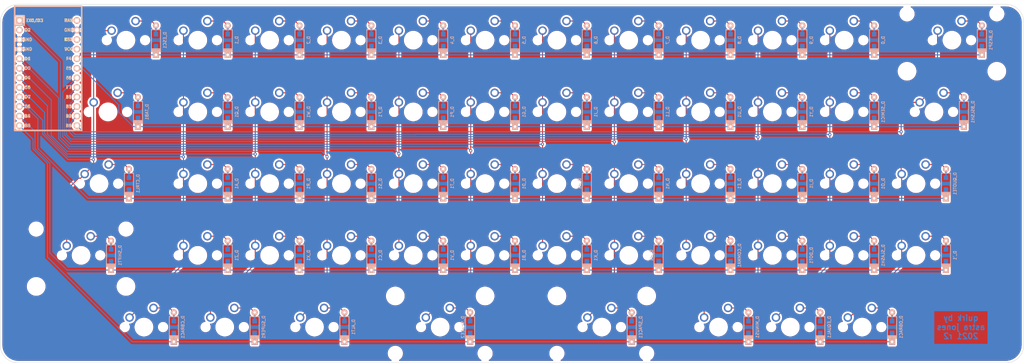
<source format=kicad_pcb>
(kicad_pcb (version 20171130) (host pcbnew 5.1.9-73d0e3b20d~88~ubuntu18.04.1)
  (layers (0 F.Cu signal) (31 B.Cu signal) (34 B.Paste user) (35 F.Paste user) (36 B.SilkS user) (37 F.SilkS user) (38 B.Mask user) (39 F.Mask user) (44 Edge.Cuts user))
  (net 0 "")
  (net 1 "Net-(D_1-Pad2)")
  (net 2 "Net-(D_2-Pad2)")
  (net 3 "Net-(D_3-Pad2)")
  (net 4 "Net-(D_4-Pad2)")
  (net 5 "Net-(D_5-Pad2)")
  (net 6 "Net-(D_6-Pad2)")
  (net 7 "Net-(D_7-Pad2)")
  (net 8 "Net-(D_8-Pad2)")
  (net 9 "Net-(D_9-Pad2)")
  (net 10 "Net-(D_0-Pad2)")
  (net 11 "Net-(D_SPACE1-Pad2)")
  (net 12 row0)
  (net 13 "Net-(D_`1-Pad2)")
  (net 14 row3)
  (net 15 "Net-(D_A1-Pad2)")
  (net 16 row2)
  (net 17 "Net-(D_ALT1-Pad2)")
  (net 18 row4)
  (net 19 "Net-(D_B1-Pad2)")
  (net 20 "Net-(D_BKSP1-Pad2)")
  (net 21 "Net-(D_BSLSH1-Pad2)")
  (net 22 row1)
  (net 23 "Net-(D_C1-Pad2)")
  (net 24 "Net-(D_CBRAC1-Pad2)")
  (net 25 "Net-(D_COMMA1-Pad2)")
  (net 26 "Net-(D_CTRL1-Pad2)")
  (net 27 "Net-(D_D1-Pad2)")
  (net 28 "Net-(D_DOT1-Pad2)")
  (net 29 "Net-(D_E1-Pad2)")
  (net 30 "Net-(D_EQUAL1-Pad2)")
  (net 31 "Net-(D_ESC1-Pad2)")
  (net 32 "Net-(D_F1-Pad2)")
  (net 33 "Net-(D_G1-Pad2)")
  (net 34 "Net-(D_H1-Pad2)")
  (net 35 "Net-(D_I1-Pad2)")
  (net 36 "Net-(D_J1-Pad2)")
  (net 37 "Net-(D_K1-Pad2)")
  (net 38 "Net-(D_L1-Pad2)")
  (net 39 "Net-(D_M1-Pad2)")
  (net 40 "Net-(D_MINUS1-Pad2)")
  (net 41 "Net-(D_N1-Pad2)")
  (net 42 "Net-(D_O1-Pad2)")
  (net 43 "Net-(D_OBRAC1-Pad2)")
  (net 44 "Net-(D_P1-Pad2)")
  (net 45 "Net-(D_Q1-Pad2)")
  (net 46 "Net-(D_QUOTE1-Pad2)")
  (net 47 "Net-(D_R1-Pad2)")
  (net 48 "Net-(D_S1-Pad2)")
  (net 49 "Net-(D_SEMIC1-Pad2)")
  (net 50 "Net-(D_SHIFT1-Pad2)")
  (net 51 "Net-(D_SLASH1-Pad2)")
  (net 52 "Net-(D_SPACE2-Pad2)")
  (net 53 "Net-(D_SUPER1-Pad2)")
  (net 54 "Net-(D_T1-Pad2)")
  (net 55 "Net-(D_TAB1-Pad2)")
  (net 56 "Net-(D_U1-Pad2)")
  (net 57 "Net-(D_V1-Pad2)")
  (net 58 "Net-(D_W1-Pad2)")
  (net 59 "Net-(D_X1-Pad2)")
  (net 60 "Net-(D_Y1-Pad2)")
  (net 61 "Net-(D_Z1-Pad2)")
  (net 62 col10)
  (net 63 col1)
  (net 64 col2)
  (net 65 col3)
  (net 66 col4)
  (net 67 col5)
  (net 68 col6)
  (net 69 col7)
  (net 70 col8)
  (net 71 col9)
  (net 72 col11)
  (net 73 col0)
  (net 74 "Net-(U1-Pad24)")
  (net 75 "Net-(U1-Pad22)")
  (net 76 "Net-(U1-Pad21)")
  (net 77 "Net-(U1-Pad2)")
  (net 78 GND)
  (module MX_Only:MXOnly-1U-NoLED (layer F.Cu) (at 96.8375 128.5875)
    (fp_text reference K_CBRAC1)
    (fp_text value KEYSW)
    (pad 2 thru_hole circle (at 2.54 -5.08) (size 2.25 2.25) (drill 1.47) (layers *.Cu B.Mask) (net 24 "Net-(D_CBRAC1-Pad2)"))
    (pad "" np_thru_hole circle (at 0 0) (size 3.9878 3.9878) (drill 3.9878) (layers *.Cu *.Mask))
    (pad 1 thru_hole circle (at -3.81 -2.54) (size 2.25 2.25) (drill 1.47) (layers *.Cu B.Mask) (net 63 col1))
    (pad "" np_thru_hole circle (at -5.08 0 48.0996) (size 1.75 1.75) (drill 1.75) (layers *.Cu *.Mask))
    (pad "" np_thru_hole circle (at 5.08 0 48.0996) (size 1.75 1.75) (drill 1.75) (layers *.Cu *.Mask))
  )
  (module MX_Only:MXOnly-2.25U-ReversedStabilizers-NoLED (layer F.Cu) (at 218.28125 128.5875)
    (fp_text reference K_SPACE1)
    (fp_text value KEYSW)
    (pad 2 thru_hole circle (at 2.54 -5.08) (size 2.25 2.25) (drill 1.47) (layers *.Cu B.Mask) (net 11 "Net-(D_SPACE1-Pad2)"))
    (pad "" np_thru_hole circle (at 0 0) (size 3.9878 3.9878) (drill 3.9878) (layers *.Cu *.Mask))
    (pad 1 thru_hole circle (at -3.81 -2.54) (size 2.25 2.25) (drill 1.47) (layers *.Cu B.Mask) (net 69 col7))
    (pad "" np_thru_hole circle (at -5.08 0 48.0996) (size 1.75 1.75) (drill 1.75) (layers *.Cu *.Mask))
    (pad "" np_thru_hole circle (at 5.08 0 48.0996) (size 1.75 1.75) (drill 1.75) (layers *.Cu *.Mask))
    (pad "" np_thru_hole circle (at -11.90625 6.985) (size 3.048 3.048) (drill 3.048) (layers *.Cu *.Mask))
    (pad "" np_thru_hole circle (at 11.90625 6.985) (size 3.048 3.048) (drill 3.048) (layers *.Cu *.Mask))
    (pad "" np_thru_hole circle (at -11.90625 -8.255) (size 3.9878 3.9878) (drill 3.9878) (layers *.Cu *.Mask))
    (pad "" np_thru_hole circle (at 11.90625 -8.255) (size 3.9878 3.9878) (drill 3.9878) (layers *.Cu *.Mask))
  )
  (module MX_Only:MXOnly-2.25U-ReversedStabilizers-NoLED (layer F.Cu) (at 175.41875 128.5875)
    (fp_text reference K_SPACE2)
    (fp_text value KEYSW)
    (pad 2 thru_hole circle (at 2.54 -5.08) (size 2.25 2.25) (drill 1.47) (layers *.Cu B.Mask) (net 52 "Net-(D_SPACE2-Pad2)"))
    (pad "" np_thru_hole circle (at 0 0) (size 3.9878 3.9878) (drill 3.9878) (layers *.Cu *.Mask))
    (pad 1 thru_hole circle (at -3.81 -2.54) (size 2.25 2.25) (drill 1.47) (layers *.Cu B.Mask) (net 67 col5))
    (pad "" np_thru_hole circle (at -5.08 0 48.0996) (size 1.75 1.75) (drill 1.75) (layers *.Cu *.Mask))
    (pad "" np_thru_hole circle (at 5.08 0 48.0996) (size 1.75 1.75) (drill 1.75) (layers *.Cu *.Mask))
    (pad "" np_thru_hole circle (at -11.90625 6.985) (size 3.048 3.048) (drill 3.048) (layers *.Cu *.Mask))
    (pad "" np_thru_hole circle (at 11.90625 6.985) (size 3.048 3.048) (drill 3.048) (layers *.Cu *.Mask))
    (pad "" np_thru_hole circle (at -11.90625 -8.255) (size 3.9878 3.9878) (drill 3.9878) (layers *.Cu *.Mask))
    (pad "" np_thru_hole circle (at 11.90625 -8.255) (size 3.9878 3.9878) (drill 3.9878) (layers *.Cu *.Mask))
  )
  (module MX_Only:MXOnly-1.5U-NoLED (layer F.Cu) (at 87.3125 71.4375)
    (fp_text reference K_TAB1)
    (fp_text value KEYSW)
    (pad 2 thru_hole circle (at 2.54 -5.08) (size 2.25 2.25) (drill 1.47) (layers *.Cu B.Mask) (net 55 "Net-(D_TAB1-Pad2)"))
    (pad "" np_thru_hole circle (at 0 0) (size 3.9878 3.9878) (drill 3.9878) (layers *.Cu *.Mask))
    (pad 1 thru_hole circle (at -3.81 -2.54) (size 2.25 2.25) (drill 1.47) (layers *.Cu B.Mask) (net 73 col0))
    (pad "" np_thru_hole circle (at -5.08 0 48.0996) (size 1.75 1.75) (drill 1.75) (layers *.Cu *.Mask))
    (pad "" np_thru_hole circle (at 5.08 0 48.0996) (size 1.75 1.75) (drill 1.75) (layers *.Cu *.Mask))
  )
  (module MX_Only:MXOnly-2.25U-NoLED (layer F.Cu) (at 80.16875 109.5375)
    (fp_text reference K_SHIFT1)
    (fp_text value KEYSW)
    (pad 2 thru_hole circle (at 2.54 -5.08) (size 2.25 2.25) (drill 1.47) (layers *.Cu B.Mask) (net 50 "Net-(D_SHIFT1-Pad2)"))
    (pad "" np_thru_hole circle (at 0 0) (size 3.9878 3.9878) (drill 3.9878) (layers *.Cu *.Mask))
    (pad 1 thru_hole circle (at -3.81 -2.54) (size 2.25 2.25) (drill 1.47) (layers *.Cu B.Mask) (net 73 col0))
    (pad "" np_thru_hole circle (at -5.08 0 48.0996) (size 1.75 1.75) (drill 1.75) (layers *.Cu *.Mask))
    (pad "" np_thru_hole circle (at 5.08 0 48.0996) (size 1.75 1.75) (drill 1.75) (layers *.Cu *.Mask))
    (pad "" np_thru_hole circle (at -11.90625 -6.985) (size 3.048 3.048) (drill 3.048) (layers *.Cu *.Mask))
    (pad "" np_thru_hole circle (at 11.90625 -6.985) (size 3.048 3.048) (drill 3.048) (layers *.Cu *.Mask))
    (pad "" np_thru_hole circle (at -11.90625 8.255) (size 3.9878 3.9878) (drill 3.9878) (layers *.Cu *.Mask))
    (pad "" np_thru_hole circle (at 11.90625 8.255) (size 3.9878 3.9878) (drill 3.9878) (layers *.Cu *.Mask))
  )
  (module MX_Only:MXOnly-1U-NoLED (layer F.Cu) (at 149.225 90.4875)
    (fp_text reference K_S1)
    (fp_text value KEYSW)
    (pad 2 thru_hole circle (at 2.54 -5.08) (size 2.25 2.25) (drill 1.47) (layers *.Cu B.Mask) (net 48 "Net-(D_S1-Pad2)"))
    (pad "" np_thru_hole circle (at 0 0) (size 3.9878 3.9878) (drill 3.9878) (layers *.Cu *.Mask))
    (pad 1 thru_hole circle (at -3.81 -2.54) (size 2.25 2.25) (drill 1.47) (layers *.Cu B.Mask) (net 65 col3))
    (pad "" np_thru_hole circle (at -5.08 0 48.0996) (size 1.75 1.75) (drill 1.75) (layers *.Cu *.Mask))
    (pad "" np_thru_hole circle (at 5.08 0 48.0996) (size 1.75 1.75) (drill 1.75) (layers *.Cu *.Mask))
  )
  (module Keebio-Parts:ArduinoProMicro (layer F.Cu) (at 71.4375 61.11875 270)
    (fp_text reference U1 hide)
    (fp_text value ProMicro hide)
    (fp_text user D2 (at -11.43 5.461) (layer B.SilkS) (effects (font (size 0.8 0.8)) (justify mirror)))
    (fp_text user D0 (at -1.27 5.461) (layer B.SilkS) (effects (font (size 0.8 0.8)) (justify mirror)))
    (fp_text user D1 (at -3.81 5.461) (layer B.SilkS) (effects (font (size 0.8 0.8)) (justify mirror)))
    (fp_text user GND (at -6.35 5.461) (layer B.SilkS) (effects (font (size 0.8 0.8)) (justify mirror)))
    (fp_text user GND (at -8.89 5.461) (layer B.SilkS) (effects (font (size 0.8 0.8)) (justify mirror)))
    (fp_text user D4 (at 1.27 5.461) (layer B.SilkS) (effects (font (size 0.8 0.8)) (justify mirror)))
    (fp_text user C6 (at 3.81 5.461) (layer B.SilkS) (effects (font (size 0.8 0.8)) (justify mirror)))
    (fp_text user D7 (at 6.35 5.461) (layer B.SilkS) (effects (font (size 0.8 0.8)) (justify mirror)))
    (fp_text user E6 (at 8.89 5.461) (layer B.SilkS) (effects (font (size 0.8 0.8)) (justify mirror)))
    (fp_text user B4 (at 11.43 5.461) (layer B.SilkS) (effects (font (size 0.8 0.8)) (justify mirror)))
    (fp_text user B5 (at 13.97 5.461) (layer B.SilkS) (effects (font (size 0.8 0.8)) (justify mirror)))
    (fp_text user B6 (at 13.97 -5.461) (layer B.SilkS) (effects (font (size 0.8 0.8)) (justify mirror)))
    (fp_text user B2 (at 11.43 -5.461) (layer F.SilkS) (effects (font (size 0.8 0.8))))
    (fp_text user B3 (at 8.89 -5.461) (layer B.SilkS) (effects (font (size 0.8 0.8)) (justify mirror)))
    (fp_text user B1 (at 6.35 -5.461) (layer B.SilkS) (effects (font (size 0.8 0.8)) (justify mirror)))
    (fp_text user F7 (at 3.81 -5.461) (layer F.SilkS) (effects (font (size 0.8 0.8))))
    (fp_text user F6 (at 1.27 -5.461) (layer F.SilkS) (effects (font (size 0.8 0.8))))
    (fp_text user F5 (at -1.27 -5.461) (layer F.SilkS) (effects (font (size 0.8 0.8))))
    (fp_text user F4 (at -3.81 -5.461) (layer B.SilkS) (effects (font (size 0.8 0.8)) (justify mirror)))
    (fp_text user VCC (at -6.35 -5.461) (layer B.SilkS) (effects (font (size 0.8 0.8)) (justify mirror)))
    (fp_text user GND (at -11.43 -5.461) (layer B.SilkS) (effects (font (size 0.8 0.8)) (justify mirror)))
    (fp_text user RAW (at -13.97 -5.461) (layer B.SilkS) (effects (font (size 0.8 0.8)) (justify mirror)))
    (fp_text user RAW (at -13.97 -5.461) (layer F.SilkS) (effects (font (size 0.8 0.8))))
    (fp_text user GND (at -11.43 -5.461) (layer F.SilkS) (effects (font (size 0.8 0.8))))
    (fp_text user ST (at -8.92 -5.73312) (layer F.SilkS) (effects (font (size 0.8 0.8))))
    (fp_text user VCC (at -6.35 -5.461) (layer F.SilkS) (effects (font (size 0.8 0.8))))
    (fp_text user F4 (at -3.81 -5.461) (layer F.SilkS) (effects (font (size 0.8 0.8))))
    (fp_text user F5 (at -1.27 -5.461) (layer B.SilkS) (effects (font (size 0.8 0.8)) (justify mirror)))
    (fp_text user F6 (at 1.27 -5.461) (layer B.SilkS) (effects (font (size 0.8 0.8)) (justify mirror)))
    (fp_text user F7 (at 3.81 -5.461) (layer B.SilkS) (effects (font (size 0.8 0.8)) (justify mirror)))
    (fp_text user B1 (at 6.35 -5.461) (layer F.SilkS) (effects (font (size 0.8 0.8))))
    (fp_text user B3 (at 8.89 -5.461) (layer F.SilkS) (effects (font (size 0.8 0.8))))
    (fp_text user B2 (at 11.43 -5.461) (layer B.SilkS) (effects (font (size 0.8 0.8)) (justify mirror)))
    (fp_text user B6 (at 13.97 -5.461) (layer F.SilkS) (effects (font (size 0.8 0.8))))
    (fp_text user B5 (at 13.97 5.461) (layer F.SilkS) (effects (font (size 0.8 0.8))))
    (fp_text user B4 (at 11.43 5.461) (layer F.SilkS) (effects (font (size 0.8 0.8))))
    (fp_text user E6 (at 8.89 5.461) (layer F.SilkS) (effects (font (size 0.8 0.8))))
    (fp_text user D7 (at 6.35 5.461) (layer F.SilkS) (effects (font (size 0.8 0.8))))
    (fp_text user C6 (at 3.81 5.461) (layer F.SilkS) (effects (font (size 0.8 0.8))))
    (fp_text user D4 (at 1.27 5.461) (layer F.SilkS) (effects (font (size 0.8 0.8))))
    (fp_text user GND (at -8.89 5.461) (layer F.SilkS) (effects (font (size 0.8 0.8))))
    (fp_text user GND (at -6.35 5.461) (layer F.SilkS) (effects (font (size 0.8 0.8))))
    (fp_text user D1 (at -3.81 5.461) (layer F.SilkS) (effects (font (size 0.8 0.8))))
    (fp_text user D0 (at -1.27 5.461) (layer F.SilkS) (effects (font (size 0.8 0.8))))
    (fp_text user D2 (at -11.43 5.461) (layer F.SilkS) (effects (font (size 0.8 0.8))))
    (fp_text user TX0/D3 (at -13.97 3.571872) (layer B.SilkS) (effects (font (size 0.8 0.8)) (justify mirror)))
    (fp_text user TX0/D3 (at -13.97 3.571872) (layer F.SilkS) (effects (font (size 0.8 0.8))))
    (fp_text user ST (at -8.91 -5.04) (layer B.SilkS) (effects (font (size 0.8 0.8)) (justify mirror)))
    (pad 1 thru_hole rect (at -13.97 7.62 270) (size 1.7526 1.7526) (drill 1.0922) (layers *.Cu *.SilkS *.Mask) (net 67 col5))
    (pad 2 thru_hole circle (at -11.43 7.62 270) (size 1.7526 1.7526) (drill 1.0922) (layers *.Cu *.SilkS *.Mask) (net 77 "Net-(U1-Pad2)"))
    (pad 3 thru_hole circle (at -8.89 7.62 270) (size 1.7526 1.7526) (drill 1.0922) (layers *.Cu *.SilkS *.Mask) (net 78 GND))
    (pad 4 thru_hole circle (at -6.35 7.62 270) (size 1.7526 1.7526) (drill 1.0922) (layers *.Cu *.SilkS *.Mask) (net 78 GND))
    (pad 5 thru_hole circle (at -3.81 7.62 270) (size 1.7526 1.7526) (drill 1.0922) (layers *.Cu *.SilkS *.Mask) (net 66 col4))
    (pad 6 thru_hole circle (at -1.27 7.62 270) (size 1.7526 1.7526) (drill 1.0922) (layers *.Cu *.SilkS *.Mask) (net 65 col3))
    (pad 7 thru_hole circle (at 1.27 7.62 270) (size 1.7526 1.7526) (drill 1.0922) (layers *.Cu *.SilkS *.Mask) (net 64 col2))
    (pad 8 thru_hole circle (at 3.81 7.62 270) (size 1.7526 1.7526) (drill 1.0922) (layers *.Cu *.SilkS *.Mask) (net 63 col1))
    (pad 9 thru_hole circle (at 6.35 7.62 270) (size 1.7526 1.7526) (drill 1.0922) (layers *.Cu *.SilkS *.Mask) (net 73 col0))
    (pad 10 thru_hole circle (at 8.89 7.62 270) (size 1.7526 1.7526) (drill 1.0922) (layers *.Cu *.SilkS *.Mask) (net 16 row2))
    (pad 11 thru_hole circle (at 11.43 7.62 270) (size 1.7526 1.7526) (drill 1.0922) (layers *.Cu *.SilkS *.Mask) (net 14 row3))
    (pad 13 thru_hole circle (at 13.97 -7.62 270) (size 1.7526 1.7526) (drill 1.0922) (layers *.Cu *.SilkS *.Mask) (net 72 col11))
    (pad 14 thru_hole circle (at 11.43 -7.62 270) (size 1.7526 1.7526) (drill 1.0922) (layers *.Cu *.SilkS *.Mask) (net 62 col10))
    (pad 15 thru_hole circle (at 8.89 -7.62 270) (size 1.7526 1.7526) (drill 1.0922) (layers *.Cu *.SilkS *.Mask) (net 71 col9))
    (pad 16 thru_hole circle (at 6.35 -7.62 270) (size 1.7526 1.7526) (drill 1.0922) (layers *.Cu *.SilkS *.Mask) (net 70 col8))
    (pad 17 thru_hole circle (at 3.81 -7.62 270) (size 1.7526 1.7526) (drill 1.0922) (layers *.Cu *.SilkS *.Mask) (net 69 col7))
    (pad 18 thru_hole circle (at 1.27 -7.62 270) (size 1.7526 1.7526) (drill 1.0922) (layers *.Cu *.SilkS *.Mask) (net 68 col6))
    (pad 19 thru_hole circle (at -1.27 -7.62 270) (size 1.7526 1.7526) (drill 1.0922) (layers *.Cu *.SilkS *.Mask) (net 22 row1))
    (pad 20 thru_hole circle (at -3.81 -7.62 270) (size 1.7526 1.7526) (drill 1.0922) (layers *.Cu *.SilkS *.Mask) (net 12 row0))
    (pad 21 thru_hole circle (at -6.35 -7.62 270) (size 1.7526 1.7526) (drill 1.0922) (layers *.Cu *.SilkS *.Mask) (net 76 "Net-(U1-Pad21)"))
    (pad 22 thru_hole circle (at -8.89 -7.62 270) (size 1.7526 1.7526) (drill 1.0922) (layers *.Cu *.SilkS *.Mask) (net 75 "Net-(U1-Pad22)"))
    (pad 23 thru_hole circle (at -11.43 -7.62 270) (size 1.7526 1.7526) (drill 1.0922) (layers *.Cu *.SilkS *.Mask) (net 78 GND))
    (pad 12 thru_hole circle (at 13.97 7.62 270) (size 1.7526 1.7526) (drill 1.0922) (layers *.Cu *.SilkS *.Mask) (net 18 row4))
    (pad 24 thru_hole circle (at -13.97 -7.62 270) (size 1.7526 1.7526) (drill 1.0922) (layers *.Cu *.SilkS *.Mask) (net 74 "Net-(U1-Pad24)"))
  )
  (module MX_Only:MXOnly-1U-NoLED (layer F.Cu) (at 111.125 109.5375)
    (fp_text reference K_Z1)
    (fp_text value KEYSW)
    (pad 2 thru_hole circle (at 2.54 -5.08) (size 2.25 2.25) (drill 1.47) (layers *.Cu B.Mask) (net 61 "Net-(D_Z1-Pad2)"))
    (pad "" np_thru_hole circle (at 0 0) (size 3.9878 3.9878) (drill 3.9878) (layers *.Cu *.Mask))
    (pad 1 thru_hole circle (at -3.81 -2.54) (size 2.25 2.25) (drill 1.47) (layers *.Cu B.Mask) (net 63 col1))
    (pad "" np_thru_hole circle (at -5.08 0 48.0996) (size 1.75 1.75) (drill 1.75) (layers *.Cu *.Mask))
    (pad "" np_thru_hole circle (at 5.08 0 48.0996) (size 1.75 1.75) (drill 1.75) (layers *.Cu *.Mask))
  )
  (module MX_Only:MXOnly-1U-NoLED (layer F.Cu) (at 263.525 71.4375)
    (fp_text reference K_Y1)
    (fp_text value KEYSW)
    (pad 2 thru_hole circle (at 2.54 -5.08) (size 2.25 2.25) (drill 1.47) (layers *.Cu B.Mask) (net 60 "Net-(D_Y1-Pad2)"))
    (pad "" np_thru_hole circle (at 0 0) (size 3.9878 3.9878) (drill 3.9878) (layers *.Cu *.Mask))
    (pad 1 thru_hole circle (at -3.81 -2.54) (size 2.25 2.25) (drill 1.47) (layers *.Cu B.Mask) (net 71 col9))
    (pad "" np_thru_hole circle (at -5.08 0 48.0996) (size 1.75 1.75) (drill 1.75) (layers *.Cu *.Mask))
    (pad "" np_thru_hole circle (at 5.08 0 48.0996) (size 1.75 1.75) (drill 1.75) (layers *.Cu *.Mask))
  )
  (module MX_Only:MXOnly-1U-NoLED (layer F.Cu) (at 130.175 109.5375)
    (fp_text reference K_X1)
    (fp_text value KEYSW)
    (pad 2 thru_hole circle (at 2.54 -5.08) (size 2.25 2.25) (drill 1.47) (layers *.Cu B.Mask) (net 59 "Net-(D_X1-Pad2)"))
    (pad "" np_thru_hole circle (at 0 0) (size 3.9878 3.9878) (drill 3.9878) (layers *.Cu *.Mask))
    (pad 1 thru_hole circle (at -3.81 -2.54) (size 2.25 2.25) (drill 1.47) (layers *.Cu B.Mask) (net 64 col2))
    (pad "" np_thru_hole circle (at -5.08 0 48.0996) (size 1.75 1.75) (drill 1.75) (layers *.Cu *.Mask))
    (pad "" np_thru_hole circle (at 5.08 0 48.0996) (size 1.75 1.75) (drill 1.75) (layers *.Cu *.Mask))
  )
  (module MX_Only:MXOnly-1U-NoLED (layer F.Cu) (at 130.175 71.4375)
    (fp_text reference K_W1)
    (fp_text value KEYSW)
    (pad 2 thru_hole circle (at 2.54 -5.08) (size 2.25 2.25) (drill 1.47) (layers *.Cu B.Mask) (net 58 "Net-(D_W1-Pad2)"))
    (pad "" np_thru_hole circle (at 0 0) (size 3.9878 3.9878) (drill 3.9878) (layers *.Cu *.Mask))
    (pad 1 thru_hole circle (at -3.81 -2.54) (size 2.25 2.25) (drill 1.47) (layers *.Cu B.Mask) (net 64 col2))
    (pad "" np_thru_hole circle (at -5.08 0 48.0996) (size 1.75 1.75) (drill 1.75) (layers *.Cu *.Mask))
    (pad "" np_thru_hole circle (at 5.08 0 48.0996) (size 1.75 1.75) (drill 1.75) (layers *.Cu *.Mask))
  )
  (module MX_Only:MXOnly-1U-NoLED (layer F.Cu) (at 168.275 109.5375)
    (fp_text reference K_V1)
    (fp_text value KEYSW)
    (pad 2 thru_hole circle (at 2.54 -5.08) (size 2.25 2.25) (drill 1.47) (layers *.Cu B.Mask) (net 57 "Net-(D_V1-Pad2)"))
    (pad "" np_thru_hole circle (at 0 0) (size 3.9878 3.9878) (drill 3.9878) (layers *.Cu *.Mask))
    (pad 1 thru_hole circle (at -3.81 -2.54) (size 2.25 2.25) (drill 1.47) (layers *.Cu B.Mask) (net 66 col4))
    (pad "" np_thru_hole circle (at -5.08 0 48.0996) (size 1.75 1.75) (drill 1.75) (layers *.Cu *.Mask))
    (pad "" np_thru_hole circle (at 5.08 0 48.0996) (size 1.75 1.75) (drill 1.75) (layers *.Cu *.Mask))
  )
  (module MX_Only:MXOnly-1U-NoLED (layer F.Cu) (at 244.475 71.4375)
    (fp_text reference K_U1)
    (fp_text value KEYSW)
    (pad 2 thru_hole circle (at 2.54 -5.08) (size 2.25 2.25) (drill 1.47) (layers *.Cu B.Mask) (net 56 "Net-(D_U1-Pad2)"))
    (pad "" np_thru_hole circle (at 0 0) (size 3.9878 3.9878) (drill 3.9878) (layers *.Cu *.Mask))
    (pad 1 thru_hole circle (at -3.81 -2.54) (size 2.25 2.25) (drill 1.47) (layers *.Cu B.Mask) (net 70 col8))
    (pad "" np_thru_hole circle (at -5.08 0 48.0996) (size 1.75 1.75) (drill 1.75) (layers *.Cu *.Mask))
    (pad "" np_thru_hole circle (at 5.08 0 48.0996) (size 1.75 1.75) (drill 1.75) (layers *.Cu *.Mask))
  )
  (module MX_Only:MXOnly-1U-NoLED (layer F.Cu) (at 168.275 90.4875)
    (fp_text reference K_T1)
    (fp_text value KEYSW)
    (pad 2 thru_hole circle (at 2.54 -5.08) (size 2.25 2.25) (drill 1.47) (layers *.Cu B.Mask) (net 54 "Net-(D_T1-Pad2)"))
    (pad "" np_thru_hole circle (at 0 0) (size 3.9878 3.9878) (drill 3.9878) (layers *.Cu *.Mask))
    (pad 1 thru_hole circle (at -3.81 -2.54) (size 2.25 2.25) (drill 1.47) (layers *.Cu B.Mask) (net 66 col4))
    (pad "" np_thru_hole circle (at -5.08 0 48.0996) (size 1.75 1.75) (drill 1.75) (layers *.Cu *.Mask))
    (pad "" np_thru_hole circle (at 5.08 0 48.0996) (size 1.75 1.75) (drill 1.75) (layers *.Cu *.Mask))
  )
  (module MX_Only:MXOnly-1.25U-NoLED (layer F.Cu) (at 118.26875 128.5875)
    (fp_text reference K_SUPER1)
    (fp_text value KEYSW)
    (pad 2 thru_hole circle (at 2.54 -5.08) (size 2.25 2.25) (drill 1.47) (layers *.Cu B.Mask) (net 53 "Net-(D_SUPER1-Pad2)"))
    (pad "" np_thru_hole circle (at 0 0) (size 3.9878 3.9878) (drill 3.9878) (layers *.Cu *.Mask))
    (pad 1 thru_hole circle (at -3.81 -2.54) (size 2.25 2.25) (drill 1.47) (layers *.Cu B.Mask) (net 64 col2))
    (pad "" np_thru_hole circle (at -5.08 0 48.0996) (size 1.75 1.75) (drill 1.75) (layers *.Cu *.Mask))
    (pad "" np_thru_hole circle (at 5.08 0 48.0996) (size 1.75 1.75) (drill 1.75) (layers *.Cu *.Mask))
  )
  (module MX_Only:MXOnly-1U-NoLED (layer F.Cu) (at 282.575 109.5375)
    (fp_text reference K_SLASH1)
    (fp_text value KEYSW)
    (pad 2 thru_hole circle (at 2.54 -5.08) (size 2.25 2.25) (drill 1.47) (layers *.Cu B.Mask) (net 51 "Net-(D_SLASH1-Pad2)"))
    (pad "" np_thru_hole circle (at 0 0) (size 3.9878 3.9878) (drill 3.9878) (layers *.Cu *.Mask))
    (pad 1 thru_hole circle (at -3.81 -2.54) (size 2.25 2.25) (drill 1.47) (layers *.Cu B.Mask) (net 62 col10))
    (pad "" np_thru_hole circle (at -5.08 0 48.0996) (size 1.75 1.75) (drill 1.75) (layers *.Cu *.Mask))
    (pad "" np_thru_hole circle (at 5.08 0 48.0996) (size 1.75 1.75) (drill 1.75) (layers *.Cu *.Mask))
  )
  (module MX_Only:MXOnly-1U-NoLED (layer F.Cu) (at 282.575 71.4375)
    (fp_text reference K_SEMIC1)
    (fp_text value KEYSW)
    (pad 2 thru_hole circle (at 2.54 -5.08) (size 2.25 2.25) (drill 1.47) (layers *.Cu B.Mask) (net 49 "Net-(D_SEMIC1-Pad2)"))
    (pad "" np_thru_hole circle (at 0 0) (size 3.9878 3.9878) (drill 3.9878) (layers *.Cu *.Mask))
    (pad 1 thru_hole circle (at -3.81 -2.54) (size 2.25 2.25) (drill 1.47) (layers *.Cu B.Mask) (net 62 col10))
    (pad "" np_thru_hole circle (at -5.08 0 48.0996) (size 1.75 1.75) (drill 1.75) (layers *.Cu *.Mask))
    (pad "" np_thru_hole circle (at 5.08 0 48.0996) (size 1.75 1.75) (drill 1.75) (layers *.Cu *.Mask))
  )
  (module MX_Only:MXOnly-1U-NoLED (layer F.Cu) (at 130.175 90.4875)
    (fp_text reference K_R1)
    (fp_text value KEYSW)
    (pad 2 thru_hole circle (at 2.54 -5.08) (size 2.25 2.25) (drill 1.47) (layers *.Cu B.Mask) (net 47 "Net-(D_R1-Pad2)"))
    (pad "" np_thru_hole circle (at 0 0) (size 3.9878 3.9878) (drill 3.9878) (layers *.Cu *.Mask))
    (pad 1 thru_hole circle (at -3.81 -2.54) (size 2.25 2.25) (drill 1.47) (layers *.Cu B.Mask) (net 64 col2))
    (pad "" np_thru_hole circle (at -5.08 0 48.0996) (size 1.75 1.75) (drill 1.75) (layers *.Cu *.Mask))
    (pad "" np_thru_hole circle (at 5.08 0 48.0996) (size 1.75 1.75) (drill 1.75) (layers *.Cu *.Mask))
  )
  (module MX_Only:MXOnly-1U-NoLED (layer F.Cu) (at 301.625 90.4875)
    (fp_text reference K_QUOTE1)
    (fp_text value KEYSW)
    (pad 2 thru_hole circle (at 2.54 -5.08) (size 2.25 2.25) (drill 1.47) (layers *.Cu B.Mask) (net 46 "Net-(D_QUOTE1-Pad2)"))
    (pad "" np_thru_hole circle (at 0 0) (size 3.9878 3.9878) (drill 3.9878) (layers *.Cu *.Mask))
    (pad 1 thru_hole circle (at -3.81 -2.54) (size 2.25 2.25) (drill 1.47) (layers *.Cu B.Mask) (net 72 col11))
    (pad "" np_thru_hole circle (at -5.08 0 48.0996) (size 1.75 1.75) (drill 1.75) (layers *.Cu *.Mask))
    (pad "" np_thru_hole circle (at 5.08 0 48.0996) (size 1.75 1.75) (drill 1.75) (layers *.Cu *.Mask))
  )
  (module MX_Only:MXOnly-1U-NoLED (layer F.Cu) (at 111.125 71.4375)
    (fp_text reference K_Q1)
    (fp_text value KEYSW)
    (pad 2 thru_hole circle (at 2.54 -5.08) (size 2.25 2.25) (drill 1.47) (layers *.Cu B.Mask) (net 45 "Net-(D_Q1-Pad2)"))
    (pad "" np_thru_hole circle (at 0 0) (size 3.9878 3.9878) (drill 3.9878) (layers *.Cu *.Mask))
    (pad 1 thru_hole circle (at -3.81 -2.54) (size 2.25 2.25) (drill 1.47) (layers *.Cu B.Mask) (net 63 col1))
    (pad "" np_thru_hole circle (at -5.08 0 48.0996) (size 1.75 1.75) (drill 1.75) (layers *.Cu *.Mask))
    (pad "" np_thru_hole circle (at 5.08 0 48.0996) (size 1.75 1.75) (drill 1.75) (layers *.Cu *.Mask))
  )
  (module MX_Only:MXOnly-1U-NoLED (layer F.Cu) (at 168.275 71.4375)
    (fp_text reference K_P1)
    (fp_text value KEYSW)
    (pad 2 thru_hole circle (at 2.54 -5.08) (size 2.25 2.25) (drill 1.47) (layers *.Cu B.Mask) (net 44 "Net-(D_P1-Pad2)"))
    (pad "" np_thru_hole circle (at 0 0) (size 3.9878 3.9878) (drill 3.9878) (layers *.Cu *.Mask))
    (pad 1 thru_hole circle (at -3.81 -2.54) (size 2.25 2.25) (drill 1.47) (layers *.Cu B.Mask) (net 66 col4))
    (pad "" np_thru_hole circle (at -5.08 0 48.0996) (size 1.75 1.75) (drill 1.75) (layers *.Cu *.Mask))
    (pad "" np_thru_hole circle (at 5.08 0 48.0996) (size 1.75 1.75) (drill 1.75) (layers *.Cu *.Mask))
  )
  (module MX_Only:MXOnly-1U-NoLED (layer F.Cu) (at 287.3375 128.5875)
    (fp_text reference K_OBRAC1)
    (fp_text value KEYSW)
    (pad 2 thru_hole circle (at 2.54 -5.08) (size 2.25 2.25) (drill 1.47) (layers *.Cu B.Mask) (net 43 "Net-(D_OBRAC1-Pad2)"))
    (pad "" np_thru_hole circle (at 0 0) (size 3.9878 3.9878) (drill 3.9878) (layers *.Cu *.Mask))
    (pad 1 thru_hole circle (at -3.81 -2.54) (size 2.25 2.25) (drill 1.47) (layers *.Cu B.Mask) (net 72 col11))
    (pad "" np_thru_hole circle (at -5.08 0 48.0996) (size 1.75 1.75) (drill 1.75) (layers *.Cu *.Mask))
    (pad "" np_thru_hole circle (at 5.08 0 48.0996) (size 1.75 1.75) (drill 1.75) (layers *.Cu *.Mask))
  )
  (module MX_Only:MXOnly-1U-NoLED (layer F.Cu) (at 282.575 90.4875)
    (fp_text reference K_O1)
    (fp_text value KEYSW)
    (pad 2 thru_hole circle (at 2.54 -5.08) (size 2.25 2.25) (drill 1.47) (layers *.Cu B.Mask) (net 42 "Net-(D_O1-Pad2)"))
    (pad "" np_thru_hole circle (at 0 0) (size 3.9878 3.9878) (drill 3.9878) (layers *.Cu *.Mask))
    (pad 1 thru_hole circle (at -3.81 -2.54) (size 2.25 2.25) (drill 1.47) (layers *.Cu B.Mask) (net 62 col10))
    (pad "" np_thru_hole circle (at -5.08 0 48.0996) (size 1.75 1.75) (drill 1.75) (layers *.Cu *.Mask))
    (pad "" np_thru_hole circle (at 5.08 0 48.0996) (size 1.75 1.75) (drill 1.75) (layers *.Cu *.Mask))
  )
  (module MX_Only:MXOnly-1U-NoLED (layer F.Cu) (at 225.425 90.4875)
    (fp_text reference K_N1)
    (fp_text value KEYSW)
    (pad 2 thru_hole circle (at 2.54 -5.08) (size 2.25 2.25) (drill 1.47) (layers *.Cu B.Mask) (net 41 "Net-(D_N1-Pad2)"))
    (pad "" np_thru_hole circle (at 0 0) (size 3.9878 3.9878) (drill 3.9878) (layers *.Cu *.Mask))
    (pad 1 thru_hole circle (at -3.81 -2.54) (size 2.25 2.25) (drill 1.47) (layers *.Cu B.Mask) (net 69 col7))
    (pad "" np_thru_hole circle (at -5.08 0 48.0996) (size 1.75 1.75) (drill 1.75) (layers *.Cu *.Mask))
    (pad "" np_thru_hole circle (at 5.08 0 48.0996) (size 1.75 1.75) (drill 1.75) (layers *.Cu *.Mask))
  )
  (module MX_Only:MXOnly-1U-NoLED (layer F.Cu) (at 249.2375 128.5875)
    (fp_text reference K_MINUS1)
    (fp_text value KEYSW)
    (pad 2 thru_hole circle (at 2.54 -5.08) (size 2.25 2.25) (drill 1.47) (layers *.Cu B.Mask) (net 40 "Net-(D_MINUS1-Pad2)"))
    (pad "" np_thru_hole circle (at 0 0) (size 3.9878 3.9878) (drill 3.9878) (layers *.Cu *.Mask))
    (pad 1 thru_hole circle (at -3.81 -2.54) (size 2.25 2.25) (drill 1.47) (layers *.Cu B.Mask) (net 71 col9))
    (pad "" np_thru_hole circle (at -5.08 0 48.0996) (size 1.75 1.75) (drill 1.75) (layers *.Cu *.Mask))
    (pad "" np_thru_hole circle (at 5.08 0 48.0996) (size 1.75 1.75) (drill 1.75) (layers *.Cu *.Mask))
  )
  (module MX_Only:MXOnly-1U-NoLED (layer F.Cu) (at 225.425 109.5375)
    (fp_text reference K_M1)
    (fp_text value KEYSW)
    (pad 2 thru_hole circle (at 2.54 -5.08) (size 2.25 2.25) (drill 1.47) (layers *.Cu B.Mask) (net 39 "Net-(D_M1-Pad2)"))
    (pad "" np_thru_hole circle (at 0 0) (size 3.9878 3.9878) (drill 3.9878) (layers *.Cu *.Mask))
    (pad 1 thru_hole circle (at -3.81 -2.54) (size 2.25 2.25) (drill 1.47) (layers *.Cu B.Mask) (net 69 col7))
    (pad "" np_thru_hole circle (at -5.08 0 48.0996) (size 1.75 1.75) (drill 1.75) (layers *.Cu *.Mask))
    (pad "" np_thru_hole circle (at 5.08 0 48.0996) (size 1.75 1.75) (drill 1.75) (layers *.Cu *.Mask))
  )
  (module MX_Only:MXOnly-1U-NoLED (layer F.Cu) (at 225.425 71.4375)
    (fp_text reference K_L1)
    (fp_text value KEYSW)
    (pad 2 thru_hole circle (at 2.54 -5.08) (size 2.25 2.25) (drill 1.47) (layers *.Cu B.Mask) (net 38 "Net-(D_L1-Pad2)"))
    (pad "" np_thru_hole circle (at 0 0) (size 3.9878 3.9878) (drill 3.9878) (layers *.Cu *.Mask))
    (pad 1 thru_hole circle (at -3.81 -2.54) (size 2.25 2.25) (drill 1.47) (layers *.Cu B.Mask) (net 69 col7))
    (pad "" np_thru_hole circle (at -5.08 0 48.0996) (size 1.75 1.75) (drill 1.75) (layers *.Cu *.Mask))
    (pad "" np_thru_hole circle (at 5.08 0 48.0996) (size 1.75 1.75) (drill 1.75) (layers *.Cu *.Mask))
  )
  (module MX_Only:MXOnly-1U-NoLED (layer F.Cu) (at 206.375 109.5375)
    (fp_text reference K_K1)
    (fp_text value KEYSW)
    (pad 2 thru_hole circle (at 2.54 -5.08) (size 2.25 2.25) (drill 1.47) (layers *.Cu B.Mask) (net 37 "Net-(D_K1-Pad2)"))
    (pad "" np_thru_hole circle (at 0 0) (size 3.9878 3.9878) (drill 3.9878) (layers *.Cu *.Mask))
    (pad 1 thru_hole circle (at -3.81 -2.54) (size 2.25 2.25) (drill 1.47) (layers *.Cu B.Mask) (net 68 col6))
    (pad "" np_thru_hole circle (at -5.08 0 48.0996) (size 1.75 1.75) (drill 1.75) (layers *.Cu *.Mask))
    (pad "" np_thru_hole circle (at 5.08 0 48.0996) (size 1.75 1.75) (drill 1.75) (layers *.Cu *.Mask))
  )
  (module MX_Only:MXOnly-1U-NoLED (layer F.Cu) (at 206.375 71.4375)
    (fp_text reference K_J1)
    (fp_text value KEYSW)
    (pad 2 thru_hole circle (at 2.54 -5.08) (size 2.25 2.25) (drill 1.47) (layers *.Cu B.Mask) (net 36 "Net-(D_J1-Pad2)"))
    (pad "" np_thru_hole circle (at 0 0) (size 3.9878 3.9878) (drill 3.9878) (layers *.Cu *.Mask))
    (pad 1 thru_hole circle (at -3.81 -2.54) (size 2.25 2.25) (drill 1.47) (layers *.Cu B.Mask) (net 68 col6))
    (pad "" np_thru_hole circle (at -5.08 0 48.0996) (size 1.75 1.75) (drill 1.75) (layers *.Cu *.Mask))
    (pad "" np_thru_hole circle (at 5.08 0 48.0996) (size 1.75 1.75) (drill 1.75) (layers *.Cu *.Mask))
  )
  (module MX_Only:MXOnly-1U-NoLED (layer F.Cu) (at 263.525 90.4875)
    (fp_text reference K_I1)
    (fp_text value KEYSW)
    (pad 2 thru_hole circle (at 2.54 -5.08) (size 2.25 2.25) (drill 1.47) (layers *.Cu B.Mask) (net 35 "Net-(D_I1-Pad2)"))
    (pad "" np_thru_hole circle (at 0 0) (size 3.9878 3.9878) (drill 3.9878) (layers *.Cu *.Mask))
    (pad 1 thru_hole circle (at -3.81 -2.54) (size 2.25 2.25) (drill 1.47) (layers *.Cu B.Mask) (net 71 col9))
    (pad "" np_thru_hole circle (at -5.08 0 48.0996) (size 1.75 1.75) (drill 1.75) (layers *.Cu *.Mask))
    (pad "" np_thru_hole circle (at 5.08 0 48.0996) (size 1.75 1.75) (drill 1.75) (layers *.Cu *.Mask))
  )
  (module MX_Only:MXOnly-1U-NoLED (layer F.Cu) (at 206.375 90.4875)
    (fp_text reference K_H1)
    (fp_text value KEYSW)
    (pad 2 thru_hole circle (at 2.54 -5.08) (size 2.25 2.25) (drill 1.47) (layers *.Cu B.Mask) (net 34 "Net-(D_H1-Pad2)"))
    (pad "" np_thru_hole circle (at 0 0) (size 3.9878 3.9878) (drill 3.9878) (layers *.Cu *.Mask))
    (pad 1 thru_hole circle (at -3.81 -2.54) (size 2.25 2.25) (drill 1.47) (layers *.Cu B.Mask) (net 68 col6))
    (pad "" np_thru_hole circle (at -5.08 0 48.0996) (size 1.75 1.75) (drill 1.75) (layers *.Cu *.Mask))
    (pad "" np_thru_hole circle (at 5.08 0 48.0996) (size 1.75 1.75) (drill 1.75) (layers *.Cu *.Mask))
  )
  (module MX_Only:MXOnly-1U-NoLED (layer F.Cu) (at 187.325 71.4375)
    (fp_text reference K_G1)
    (fp_text value KEYSW)
    (pad 2 thru_hole circle (at 2.54 -5.08) (size 2.25 2.25) (drill 1.47) (layers *.Cu B.Mask) (net 33 "Net-(D_G1-Pad2)"))
    (pad "" np_thru_hole circle (at 0 0) (size 3.9878 3.9878) (drill 3.9878) (layers *.Cu *.Mask))
    (pad 1 thru_hole circle (at -3.81 -2.54) (size 2.25 2.25) (drill 1.47) (layers *.Cu B.Mask) (net 67 col5))
    (pad "" np_thru_hole circle (at -5.08 0 48.0996) (size 1.75 1.75) (drill 1.75) (layers *.Cu *.Mask))
    (pad "" np_thru_hole circle (at 5.08 0 48.0996) (size 1.75 1.75) (drill 1.75) (layers *.Cu *.Mask))
  )
  (module MX_Only:MXOnly-1U-NoLED (layer F.Cu) (at 149.225 71.4375)
    (fp_text reference K_F1)
    (fp_text value KEYSW)
    (pad 2 thru_hole circle (at 2.54 -5.08) (size 2.25 2.25) (drill 1.47) (layers *.Cu B.Mask) (net 32 "Net-(D_F1-Pad2)"))
    (pad "" np_thru_hole circle (at 0 0) (size 3.9878 3.9878) (drill 3.9878) (layers *.Cu *.Mask))
    (pad 1 thru_hole circle (at -3.81 -2.54) (size 2.25 2.25) (drill 1.47) (layers *.Cu B.Mask) (net 65 col3))
    (pad "" np_thru_hole circle (at -5.08 0 48.0996) (size 1.75 1.75) (drill 1.75) (layers *.Cu *.Mask))
    (pad "" np_thru_hole circle (at 5.08 0 48.0996) (size 1.75 1.75) (drill 1.75) (layers *.Cu *.Mask))
  )
  (module MX_Only:MXOnly-1U-NoLED (layer F.Cu) (at 92.075 52.3875)
    (fp_text reference K_ESC1)
    (fp_text value KEYSW)
    (pad 2 thru_hole circle (at 2.54 -5.08) (size 2.25 2.25) (drill 1.47) (layers *.Cu B.Mask) (net 31 "Net-(D_ESC1-Pad2)"))
    (pad "" np_thru_hole circle (at 0 0) (size 3.9878 3.9878) (drill 3.9878) (layers *.Cu *.Mask))
    (pad 1 thru_hole circle (at -3.81 -2.54) (size 2.25 2.25) (drill 1.47) (layers *.Cu B.Mask) (net 73 col0))
    (pad "" np_thru_hole circle (at -5.08 0 48.0996) (size 1.75 1.75) (drill 1.75) (layers *.Cu *.Mask))
    (pad "" np_thru_hole circle (at 5.08 0 48.0996) (size 1.75 1.75) (drill 1.75) (layers *.Cu *.Mask))
  )
  (module MX_Only:MXOnly-1U-NoLED (layer F.Cu) (at 268.2875 128.5875)
    (fp_text reference K_EQUAL1)
    (fp_text value KEYSW)
    (pad 2 thru_hole circle (at 2.54 -5.08) (size 2.25 2.25) (drill 1.47) (layers *.Cu B.Mask) (net 30 "Net-(D_EQUAL1-Pad2)"))
    (pad "" np_thru_hole circle (at 0 0) (size 3.9878 3.9878) (drill 3.9878) (layers *.Cu *.Mask))
    (pad 1 thru_hole circle (at -3.81 -2.54) (size 2.25 2.25) (drill 1.47) (layers *.Cu B.Mask) (net 62 col10))
    (pad "" np_thru_hole circle (at -5.08 0 48.0996) (size 1.75 1.75) (drill 1.75) (layers *.Cu *.Mask))
    (pad "" np_thru_hole circle (at 5.08 0 48.0996) (size 1.75 1.75) (drill 1.75) (layers *.Cu *.Mask))
  )
  (module MX_Only:MXOnly-1U-NoLED (layer F.Cu) (at 244.475 90.4875)
    (fp_text reference K_E1)
    (fp_text value KEYSW)
    (pad 2 thru_hole circle (at 2.54 -5.08) (size 2.25 2.25) (drill 1.47) (layers *.Cu B.Mask) (net 29 "Net-(D_E1-Pad2)"))
    (pad "" np_thru_hole circle (at 0 0) (size 3.9878 3.9878) (drill 3.9878) (layers *.Cu *.Mask))
    (pad 1 thru_hole circle (at -3.81 -2.54) (size 2.25 2.25) (drill 1.47) (layers *.Cu B.Mask) (net 70 col8))
    (pad "" np_thru_hole circle (at -5.08 0 48.0996) (size 1.75 1.75) (drill 1.75) (layers *.Cu *.Mask))
    (pad "" np_thru_hole circle (at 5.08 0 48.0996) (size 1.75 1.75) (drill 1.75) (layers *.Cu *.Mask))
  )
  (module MX_Only:MXOnly-1U-NoLED (layer F.Cu) (at 263.525 109.5375)
    (fp_text reference K_DOT1)
    (fp_text value KEYSW)
    (pad 2 thru_hole circle (at 2.54 -5.08) (size 2.25 2.25) (drill 1.47) (layers *.Cu B.Mask) (net 28 "Net-(D_DOT1-Pad2)"))
    (pad "" np_thru_hole circle (at 0 0) (size 3.9878 3.9878) (drill 3.9878) (layers *.Cu *.Mask))
    (pad 1 thru_hole circle (at -3.81 -2.54) (size 2.25 2.25) (drill 1.47) (layers *.Cu B.Mask) (net 71 col9))
    (pad "" np_thru_hole circle (at -5.08 0 48.0996) (size 1.75 1.75) (drill 1.75) (layers *.Cu *.Mask))
    (pad "" np_thru_hole circle (at 5.08 0 48.0996) (size 1.75 1.75) (drill 1.75) (layers *.Cu *.Mask))
  )
  (module MX_Only:MXOnly-1U-NoLED (layer F.Cu) (at 187.325 90.4875)
    (fp_text reference K_D1)
    (fp_text value KEYSW)
    (pad 2 thru_hole circle (at 2.54 -5.08) (size 2.25 2.25) (drill 1.47) (layers *.Cu B.Mask) (net 27 "Net-(D_D1-Pad2)"))
    (pad "" np_thru_hole circle (at 0 0) (size 3.9878 3.9878) (drill 3.9878) (layers *.Cu *.Mask))
    (pad 1 thru_hole circle (at -3.81 -2.54) (size 2.25 2.25) (drill 1.47) (layers *.Cu B.Mask) (net 67 col5))
    (pad "" np_thru_hole circle (at -5.08 0 48.0996) (size 1.75 1.75) (drill 1.75) (layers *.Cu *.Mask))
    (pad "" np_thru_hole circle (at 5.08 0 48.0996) (size 1.75 1.75) (drill 1.75) (layers *.Cu *.Mask))
  )
  (module MX_Only:MXOnly-1.75U-NoLED (layer F.Cu) (at 84.93125 90.4875)
    (fp_text reference K_CTRL1)
    (fp_text value KEYSW)
    (pad 2 thru_hole circle (at 2.54 -5.08) (size 2.25 2.25) (drill 1.47) (layers *.Cu B.Mask) (net 26 "Net-(D_CTRL1-Pad2)"))
    (pad "" np_thru_hole circle (at 0 0) (size 3.9878 3.9878) (drill 3.9878) (layers *.Cu *.Mask))
    (pad 1 thru_hole circle (at -3.81 -2.54) (size 2.25 2.25) (drill 1.47) (layers *.Cu B.Mask) (net 73 col0))
    (pad "" np_thru_hole circle (at -5.08 0 48.0996) (size 1.75 1.75) (drill 1.75) (layers *.Cu *.Mask))
    (pad "" np_thru_hole circle (at 5.08 0 48.0996) (size 1.75 1.75) (drill 1.75) (layers *.Cu *.Mask))
  )
  (module MX_Only:MXOnly-1U-NoLED (layer F.Cu) (at 244.475 109.5375)
    (fp_text reference K_COMMA1)
    (fp_text value KEYSW)
    (pad 2 thru_hole circle (at 2.54 -5.08) (size 2.25 2.25) (drill 1.47) (layers *.Cu B.Mask) (net 25 "Net-(D_COMMA1-Pad2)"))
    (pad "" np_thru_hole circle (at 0 0) (size 3.9878 3.9878) (drill 3.9878) (layers *.Cu *.Mask))
    (pad 1 thru_hole circle (at -3.81 -2.54) (size 2.25 2.25) (drill 1.47) (layers *.Cu B.Mask) (net 70 col8))
    (pad "" np_thru_hole circle (at -5.08 0 48.0996) (size 1.75 1.75) (drill 1.75) (layers *.Cu *.Mask))
    (pad "" np_thru_hole circle (at 5.08 0 48.0996) (size 1.75 1.75) (drill 1.75) (layers *.Cu *.Mask))
  )
  (module MX_Only:MXOnly-1U-NoLED (layer F.Cu) (at 149.225 109.5375)
    (fp_text reference K_C1)
    (fp_text value KEYSW)
    (pad 2 thru_hole circle (at 2.54 -5.08) (size 2.25 2.25) (drill 1.47) (layers *.Cu B.Mask) (net 23 "Net-(D_C1-Pad2)"))
    (pad "" np_thru_hole circle (at 0 0) (size 3.9878 3.9878) (drill 3.9878) (layers *.Cu *.Mask))
    (pad 1 thru_hole circle (at -3.81 -2.54) (size 2.25 2.25) (drill 1.47) (layers *.Cu B.Mask) (net 65 col3))
    (pad "" np_thru_hole circle (at -5.08 0 48.0996) (size 1.75 1.75) (drill 1.75) (layers *.Cu *.Mask))
    (pad "" np_thru_hole circle (at 5.08 0 48.0996) (size 1.75 1.75) (drill 1.75) (layers *.Cu *.Mask))
  )
  (module MX_Only:MXOnly-1.5U-NoLED (layer F.Cu) (at 306.3875 71.4375)
    (fp_text reference K_BSLSH1)
    (fp_text value KEYSW)
    (pad 2 thru_hole circle (at 2.54 -5.08) (size 2.25 2.25) (drill 1.47) (layers *.Cu B.Mask) (net 21 "Net-(D_BSLSH1-Pad2)"))
    (pad "" np_thru_hole circle (at 0 0) (size 3.9878 3.9878) (drill 3.9878) (layers *.Cu *.Mask))
    (pad 1 thru_hole circle (at -3.81 -2.54) (size 2.25 2.25) (drill 1.47) (layers *.Cu B.Mask) (net 72 col11))
    (pad "" np_thru_hole circle (at -5.08 0 48.0996) (size 1.75 1.75) (drill 1.75) (layers *.Cu *.Mask))
    (pad "" np_thru_hole circle (at 5.08 0 48.0996) (size 1.75 1.75) (drill 1.75) (layers *.Cu *.Mask))
  )
  (module MX_Only:MXOnly-2U-NoLED (layer F.Cu) (at 311.15 52.3875)
    (fp_text reference K_BKSP1)
    (fp_text value KEYSW)
    (pad 2 thru_hole circle (at 2.54 -5.08) (size 2.25 2.25) (drill 1.47) (layers *.Cu B.Mask) (net 20 "Net-(D_BKSP1-Pad2)"))
    (pad "" np_thru_hole circle (at 0 0) (size 3.9878 3.9878) (drill 3.9878) (layers *.Cu *.Mask))
    (pad 1 thru_hole circle (at -3.81 -2.54) (size 2.25 2.25) (drill 1.47) (layers *.Cu B.Mask) (net 72 col11))
    (pad "" np_thru_hole circle (at -5.08 0 48.0996) (size 1.75 1.75) (drill 1.75) (layers *.Cu *.Mask))
    (pad "" np_thru_hole circle (at 5.08 0 48.0996) (size 1.75 1.75) (drill 1.75) (layers *.Cu *.Mask))
    (pad "" np_thru_hole circle (at -11.90625 -6.985) (size 3.048 3.048) (drill 3.048) (layers *.Cu *.Mask))
    (pad "" np_thru_hole circle (at 11.90625 -6.985) (size 3.048 3.048) (drill 3.048) (layers *.Cu *.Mask))
    (pad "" np_thru_hole circle (at -11.90625 8.255) (size 3.9878 3.9878) (drill 3.9878) (layers *.Cu *.Mask))
    (pad "" np_thru_hole circle (at 11.90625 8.255) (size 3.9878 3.9878) (drill 3.9878) (layers *.Cu *.Mask))
  )
  (module MX_Only:MXOnly-1U-NoLED (layer F.Cu) (at 187.325 109.5375)
    (fp_text reference K_B1)
    (fp_text value KEYSW)
    (pad 2 thru_hole circle (at 2.54 -5.08) (size 2.25 2.25) (drill 1.47) (layers *.Cu B.Mask) (net 19 "Net-(D_B1-Pad2)"))
    (pad "" np_thru_hole circle (at 0 0) (size 3.9878 3.9878) (drill 3.9878) (layers *.Cu *.Mask))
    (pad 1 thru_hole circle (at -3.81 -2.54) (size 2.25 2.25) (drill 1.47) (layers *.Cu B.Mask) (net 67 col5))
    (pad "" np_thru_hole circle (at -5.08 0 48.0996) (size 1.75 1.75) (drill 1.75) (layers *.Cu *.Mask))
    (pad "" np_thru_hole circle (at 5.08 0 48.0996) (size 1.75 1.75) (drill 1.75) (layers *.Cu *.Mask))
  )
  (module MX_Only:MXOnly-1.25U-NoLED (layer F.Cu) (at 142.08125 128.5875)
    (fp_text reference K_ALT1)
    (fp_text value KEYSW)
    (pad 2 thru_hole circle (at 2.54 -5.08) (size 2.25 2.25) (drill 1.47) (layers *.Cu B.Mask) (net 17 "Net-(D_ALT1-Pad2)"))
    (pad "" np_thru_hole circle (at 0 0) (size 3.9878 3.9878) (drill 3.9878) (layers *.Cu *.Mask))
    (pad 1 thru_hole circle (at -3.81 -2.54) (size 2.25 2.25) (drill 1.47) (layers *.Cu B.Mask) (net 65 col3))
    (pad "" np_thru_hole circle (at -5.08 0 48.0996) (size 1.75 1.75) (drill 1.75) (layers *.Cu *.Mask))
    (pad "" np_thru_hole circle (at 5.08 0 48.0996) (size 1.75 1.75) (drill 1.75) (layers *.Cu *.Mask))
  )
  (module MX_Only:MXOnly-1U-NoLED (layer F.Cu) (at 111.125 90.4875)
    (fp_text reference K_A1)
    (fp_text value KEYSW)
    (pad 2 thru_hole circle (at 2.54 -5.08) (size 2.25 2.25) (drill 1.47) (layers *.Cu B.Mask) (net 15 "Net-(D_A1-Pad2)"))
    (pad "" np_thru_hole circle (at 0 0) (size 3.9878 3.9878) (drill 3.9878) (layers *.Cu *.Mask))
    (pad 1 thru_hole circle (at -3.81 -2.54) (size 2.25 2.25) (drill 1.47) (layers *.Cu B.Mask) (net 63 col1))
    (pad "" np_thru_hole circle (at -5.08 0 48.0996) (size 1.75 1.75) (drill 1.75) (layers *.Cu *.Mask))
    (pad "" np_thru_hole circle (at 5.08 0 48.0996) (size 1.75 1.75) (drill 1.75) (layers *.Cu *.Mask))
  )
  (module MX_Only:MXOnly-1U-NoLED (layer F.Cu) (at 301.625 109.5375)
    (fp_text reference K_`1)
    (fp_text value KEYSW)
    (pad 2 thru_hole circle (at 2.54 -5.08) (size 2.25 2.25) (drill 1.47) (layers *.Cu B.Mask) (net 13 "Net-(D_`1-Pad2)"))
    (pad "" np_thru_hole circle (at 0 0) (size 3.9878 3.9878) (drill 3.9878) (layers *.Cu *.Mask))
    (pad 1 thru_hole circle (at -3.81 -2.54) (size 2.25 2.25) (drill 1.47) (layers *.Cu B.Mask) (net 72 col11))
    (pad "" np_thru_hole circle (at -5.08 0 48.0996) (size 1.75 1.75) (drill 1.75) (layers *.Cu *.Mask))
    (pad "" np_thru_hole circle (at 5.08 0 48.0996) (size 1.75 1.75) (drill 1.75) (layers *.Cu *.Mask))
  )
  (module MX_Only:MXOnly-1U-NoLED (layer F.Cu) (at 263.525 52.3875)
    (fp_text reference K_9)
    (fp_text value KEYSW)
    (pad 2 thru_hole circle (at 2.54 -5.08) (size 2.25 2.25) (drill 1.47) (layers *.Cu B.Mask) (net 9 "Net-(D_9-Pad2)"))
    (pad "" np_thru_hole circle (at 0 0) (size 3.9878 3.9878) (drill 3.9878) (layers *.Cu *.Mask))
    (pad 1 thru_hole circle (at -3.81 -2.54) (size 2.25 2.25) (drill 1.47) (layers *.Cu B.Mask) (net 71 col9))
    (pad "" np_thru_hole circle (at -5.08 0 48.0996) (size 1.75 1.75) (drill 1.75) (layers *.Cu *.Mask))
    (pad "" np_thru_hole circle (at 5.08 0 48.0996) (size 1.75 1.75) (drill 1.75) (layers *.Cu *.Mask))
  )
  (module MX_Only:MXOnly-1U-NoLED (layer F.Cu) (at 244.475 52.3875)
    (fp_text reference K_8)
    (fp_text value KEYSW)
    (pad 2 thru_hole circle (at 2.54 -5.08) (size 2.25 2.25) (drill 1.47) (layers *.Cu B.Mask) (net 8 "Net-(D_8-Pad2)"))
    (pad "" np_thru_hole circle (at 0 0) (size 3.9878 3.9878) (drill 3.9878) (layers *.Cu *.Mask))
    (pad 1 thru_hole circle (at -3.81 -2.54) (size 2.25 2.25) (drill 1.47) (layers *.Cu B.Mask) (net 70 col8))
    (pad "" np_thru_hole circle (at -5.08 0 48.0996) (size 1.75 1.75) (drill 1.75) (layers *.Cu *.Mask))
    (pad "" np_thru_hole circle (at 5.08 0 48.0996) (size 1.75 1.75) (drill 1.75) (layers *.Cu *.Mask))
  )
  (module MX_Only:MXOnly-1U-NoLED (layer F.Cu) (at 225.425 52.3875)
    (fp_text reference K_7)
    (fp_text value KEYSW)
    (pad 2 thru_hole circle (at 2.54 -5.08) (size 2.25 2.25) (drill 1.47) (layers *.Cu B.Mask) (net 7 "Net-(D_7-Pad2)"))
    (pad "" np_thru_hole circle (at 0 0) (size 3.9878 3.9878) (drill 3.9878) (layers *.Cu *.Mask))
    (pad 1 thru_hole circle (at -3.81 -2.54) (size 2.25 2.25) (drill 1.47) (layers *.Cu B.Mask) (net 69 col7))
    (pad "" np_thru_hole circle (at -5.08 0 48.0996) (size 1.75 1.75) (drill 1.75) (layers *.Cu *.Mask))
    (pad "" np_thru_hole circle (at 5.08 0 48.0996) (size 1.75 1.75) (drill 1.75) (layers *.Cu *.Mask))
  )
  (module MX_Only:MXOnly-1U-NoLED (layer F.Cu) (at 206.375 52.3875)
    (fp_text reference K_6)
    (fp_text value KEYSW)
    (pad 2 thru_hole circle (at 2.54 -5.08) (size 2.25 2.25) (drill 1.47) (layers *.Cu B.Mask) (net 6 "Net-(D_6-Pad2)"))
    (pad "" np_thru_hole circle (at 0 0) (size 3.9878 3.9878) (drill 3.9878) (layers *.Cu *.Mask))
    (pad 1 thru_hole circle (at -3.81 -2.54) (size 2.25 2.25) (drill 1.47) (layers *.Cu B.Mask) (net 68 col6))
    (pad "" np_thru_hole circle (at -5.08 0 48.0996) (size 1.75 1.75) (drill 1.75) (layers *.Cu *.Mask))
    (pad "" np_thru_hole circle (at 5.08 0 48.0996) (size 1.75 1.75) (drill 1.75) (layers *.Cu *.Mask))
  )
  (module MX_Only:MXOnly-1U-NoLED (layer F.Cu) (at 187.325 52.3875)
    (fp_text reference K_5)
    (fp_text value KEYSW)
    (pad 2 thru_hole circle (at 2.54 -5.08) (size 2.25 2.25) (drill 1.47) (layers *.Cu B.Mask) (net 5 "Net-(D_5-Pad2)"))
    (pad "" np_thru_hole circle (at 0 0) (size 3.9878 3.9878) (drill 3.9878) (layers *.Cu *.Mask))
    (pad 1 thru_hole circle (at -3.81 -2.54) (size 2.25 2.25) (drill 1.47) (layers *.Cu B.Mask) (net 67 col5))
    (pad "" np_thru_hole circle (at -5.08 0 48.0996) (size 1.75 1.75) (drill 1.75) (layers *.Cu *.Mask))
    (pad "" np_thru_hole circle (at 5.08 0 48.0996) (size 1.75 1.75) (drill 1.75) (layers *.Cu *.Mask))
  )
  (module MX_Only:MXOnly-1U-NoLED (layer F.Cu) (at 168.275 52.3875)
    (fp_text reference K_4)
    (fp_text value KEYSW)
    (pad 2 thru_hole circle (at 2.54 -5.08) (size 2.25 2.25) (drill 1.47) (layers *.Cu B.Mask) (net 4 "Net-(D_4-Pad2)"))
    (pad "" np_thru_hole circle (at 0 0) (size 3.9878 3.9878) (drill 3.9878) (layers *.Cu *.Mask))
    (pad 1 thru_hole circle (at -3.81 -2.54) (size 2.25 2.25) (drill 1.47) (layers *.Cu B.Mask) (net 66 col4))
    (pad "" np_thru_hole circle (at -5.08 0 48.0996) (size 1.75 1.75) (drill 1.75) (layers *.Cu *.Mask))
    (pad "" np_thru_hole circle (at 5.08 0 48.0996) (size 1.75 1.75) (drill 1.75) (layers *.Cu *.Mask))
  )
  (module MX_Only:MXOnly-1U-NoLED (layer F.Cu) (at 149.225 52.3875)
    (fp_text reference K_3)
    (fp_text value KEYSW)
    (pad 2 thru_hole circle (at 2.54 -5.08) (size 2.25 2.25) (drill 1.47) (layers *.Cu B.Mask) (net 3 "Net-(D_3-Pad2)"))
    (pad "" np_thru_hole circle (at 0 0) (size 3.9878 3.9878) (drill 3.9878) (layers *.Cu *.Mask))
    (pad 1 thru_hole circle (at -3.81 -2.54) (size 2.25 2.25) (drill 1.47) (layers *.Cu B.Mask) (net 65 col3))
    (pad "" np_thru_hole circle (at -5.08 0 48.0996) (size 1.75 1.75) (drill 1.75) (layers *.Cu *.Mask))
    (pad "" np_thru_hole circle (at 5.08 0 48.0996) (size 1.75 1.75) (drill 1.75) (layers *.Cu *.Mask))
  )
  (module MX_Only:MXOnly-1U-NoLED (layer F.Cu) (at 130.175 52.3875)
    (fp_text reference K_2)
    (fp_text value KEYSW)
    (pad 2 thru_hole circle (at 2.54 -5.08) (size 2.25 2.25) (drill 1.47) (layers *.Cu B.Mask) (net 2 "Net-(D_2-Pad2)"))
    (pad "" np_thru_hole circle (at 0 0) (size 3.9878 3.9878) (drill 3.9878) (layers *.Cu *.Mask))
    (pad 1 thru_hole circle (at -3.81 -2.54) (size 2.25 2.25) (drill 1.47) (layers *.Cu B.Mask) (net 64 col2))
    (pad "" np_thru_hole circle (at -5.08 0 48.0996) (size 1.75 1.75) (drill 1.75) (layers *.Cu *.Mask))
    (pad "" np_thru_hole circle (at 5.08 0 48.0996) (size 1.75 1.75) (drill 1.75) (layers *.Cu *.Mask))
  )
  (module MX_Only:MXOnly-1U-NoLED (layer F.Cu) (at 111.125 52.3875)
    (fp_text reference K_1)
    (fp_text value KEYSW)
    (pad 2 thru_hole circle (at 2.54 -5.08) (size 2.25 2.25) (drill 1.47) (layers *.Cu B.Mask) (net 1 "Net-(D_1-Pad2)"))
    (pad "" np_thru_hole circle (at 0 0) (size 3.9878 3.9878) (drill 3.9878) (layers *.Cu *.Mask))
    (pad 1 thru_hole circle (at -3.81 -2.54) (size 2.25 2.25) (drill 1.47) (layers *.Cu B.Mask) (net 63 col1))
    (pad "" np_thru_hole circle (at -5.08 0 48.0996) (size 1.75 1.75) (drill 1.75) (layers *.Cu *.Mask))
    (pad "" np_thru_hole circle (at 5.08 0 48.0996) (size 1.75 1.75) (drill 1.75) (layers *.Cu *.Mask))
  )
  (module MX_Only:MXOnly-1U-NoLED (layer F.Cu) (at 282.575 52.3875)
    (fp_text reference K_0)
    (fp_text value KEYSW)
    (pad 2 thru_hole circle (at 2.54 -5.08) (size 2.25 2.25) (drill 1.47) (layers *.Cu B.Mask) (net 10 "Net-(D_0-Pad2)"))
    (pad "" np_thru_hole circle (at 0 0) (size 3.9878 3.9878) (drill 3.9878) (layers *.Cu *.Mask))
    (pad 1 thru_hole circle (at -3.81 -2.54) (size 2.25 2.25) (drill 1.47) (layers *.Cu B.Mask) (net 62 col10))
    (pad "" np_thru_hole circle (at -5.08 0 48.0996) (size 1.75 1.75) (drill 1.75) (layers *.Cu *.Mask))
    (pad "" np_thru_hole circle (at 5.08 0 48.0996) (size 1.75 1.75) (drill 1.75) (layers *.Cu *.Mask))
  )
  (module keyboard_parts:D_SOD123_axial (layer B.Cu) (at 119.0625 109.5375 90)
    (fp_text reference D_Z1 (at 0 2.38125 270) (layer B.SilkS) (effects (font (size 0.8 0.8)) (justify mirror)))
    (fp_text value D hide)
    (pad 2 smd rect (at 2.7 0 90) (size 2.5 0.5) (layers B.Cu) (net 61 "Net-(D_Z1-Pad2)"))
    (pad 1 smd rect (at -2.7 0 90) (size 2.5 0.5) (layers B.Cu) (net 14 row3))
    (pad 2 thru_hole circle (at 3.9 0 90) (size 1.6 1.6) (drill 0.7) (layers *.Cu *.Mask B.SilkS) (net 61 "Net-(D_Z1-Pad2)"))
    (pad 1 thru_hole rect (at -3.9 0 90) (size 1.6 1.6) (drill 0.7) (layers *.Cu *.Mask B.SilkS) (net 14 row3))
    (pad 1 smd rect (at -1.575 0 90) (size 1.2 1.2) (layers B.Cu B.Paste B.Mask) (net 14 row3))
    (pad 2 smd rect (at 1.575 0 90) (size 1.2 1.2) (layers B.Cu B.Paste B.Mask) (net 61 "Net-(D_Z1-Pad2)"))
  )
  (module keyboard_parts:D_SOD123_axial (layer B.Cu) (at 271.4625 71.4375 90)
    (fp_text reference D_Y1 (at 0 2.38125 270) (layer B.SilkS) (effects (font (size 0.8 0.8)) (justify mirror)))
    (fp_text value D hide)
    (pad 2 smd rect (at 2.7 0 90) (size 2.5 0.5) (layers B.Cu) (net 60 "Net-(D_Y1-Pad2)"))
    (pad 1 smd rect (at -2.7 0 90) (size 2.5 0.5) (layers B.Cu) (net 22 row1))
    (pad 2 thru_hole circle (at 3.9 0 90) (size 1.6 1.6) (drill 0.7) (layers *.Cu *.Mask B.SilkS) (net 60 "Net-(D_Y1-Pad2)"))
    (pad 1 thru_hole rect (at -3.9 0 90) (size 1.6 1.6) (drill 0.7) (layers *.Cu *.Mask B.SilkS) (net 22 row1))
    (pad 1 smd rect (at -1.575 0 90) (size 1.2 1.2) (layers B.Cu B.Paste B.Mask) (net 22 row1))
    (pad 2 smd rect (at 1.575 0 90) (size 1.2 1.2) (layers B.Cu B.Paste B.Mask) (net 60 "Net-(D_Y1-Pad2)"))
  )
  (module keyboard_parts:D_SOD123_axial (layer B.Cu) (at 138.1125 109.5375 90)
    (fp_text reference D_X1 (at 0 2.38125 270) (layer B.SilkS) (effects (font (size 0.8 0.8)) (justify mirror)))
    (fp_text value D hide)
    (pad 2 smd rect (at 2.7 0 90) (size 2.5 0.5) (layers B.Cu) (net 59 "Net-(D_X1-Pad2)"))
    (pad 1 smd rect (at -2.7 0 90) (size 2.5 0.5) (layers B.Cu) (net 14 row3))
    (pad 2 thru_hole circle (at 3.9 0 90) (size 1.6 1.6) (drill 0.7) (layers *.Cu *.Mask B.SilkS) (net 59 "Net-(D_X1-Pad2)"))
    (pad 1 thru_hole rect (at -3.9 0 90) (size 1.6 1.6) (drill 0.7) (layers *.Cu *.Mask B.SilkS) (net 14 row3))
    (pad 1 smd rect (at -1.575 0 90) (size 1.2 1.2) (layers B.Cu B.Paste B.Mask) (net 14 row3))
    (pad 2 smd rect (at 1.575 0 90) (size 1.2 1.2) (layers B.Cu B.Paste B.Mask) (net 59 "Net-(D_X1-Pad2)"))
  )
  (module keyboard_parts:D_SOD123_axial (layer B.Cu) (at 138.1125 71.45 90)
    (fp_text reference D_W1 (at 0 2.38125 270) (layer B.SilkS) (effects (font (size 0.8 0.8)) (justify mirror)))
    (fp_text value D hide)
    (pad 2 smd rect (at 2.7 0 90) (size 2.5 0.5) (layers B.Cu) (net 58 "Net-(D_W1-Pad2)"))
    (pad 1 smd rect (at -2.7 0 90) (size 2.5 0.5) (layers B.Cu) (net 22 row1))
    (pad 2 thru_hole circle (at 3.9 0 90) (size 1.6 1.6) (drill 0.7) (layers *.Cu *.Mask B.SilkS) (net 58 "Net-(D_W1-Pad2)"))
    (pad 1 thru_hole rect (at -3.9 0 90) (size 1.6 1.6) (drill 0.7) (layers *.Cu *.Mask B.SilkS) (net 22 row1))
    (pad 1 smd rect (at -1.575 0 90) (size 1.2 1.2) (layers B.Cu B.Paste B.Mask) (net 22 row1))
    (pad 2 smd rect (at 1.575 0 90) (size 1.2 1.2) (layers B.Cu B.Paste B.Mask) (net 58 "Net-(D_W1-Pad2)"))
  )
  (module keyboard_parts:D_SOD123_axial (layer B.Cu) (at 176.2125 109.5375 90)
    (fp_text reference D_V1 (at 0 2.38125 270) (layer B.SilkS) (effects (font (size 0.8 0.8)) (justify mirror)))
    (fp_text value D hide)
    (pad 2 smd rect (at 2.7 0 90) (size 2.5 0.5) (layers B.Cu) (net 57 "Net-(D_V1-Pad2)"))
    (pad 1 smd rect (at -2.7 0 90) (size 2.5 0.5) (layers B.Cu) (net 14 row3))
    (pad 2 thru_hole circle (at 3.9 0 90) (size 1.6 1.6) (drill 0.7) (layers *.Cu *.Mask B.SilkS) (net 57 "Net-(D_V1-Pad2)"))
    (pad 1 thru_hole rect (at -3.9 0 90) (size 1.6 1.6) (drill 0.7) (layers *.Cu *.Mask B.SilkS) (net 14 row3))
    (pad 1 smd rect (at -1.575 0 90) (size 1.2 1.2) (layers B.Cu B.Paste B.Mask) (net 14 row3))
    (pad 2 smd rect (at 1.575 0 90) (size 1.2 1.2) (layers B.Cu B.Paste B.Mask) (net 57 "Net-(D_V1-Pad2)"))
  )
  (module keyboard_parts:D_SOD123_axial (layer B.Cu) (at 252.4125 71.4375 90)
    (fp_text reference D_U1 (at 0 2.38125 270) (layer B.SilkS) (effects (font (size 0.8 0.8)) (justify mirror)))
    (fp_text value D hide)
    (pad 2 smd rect (at 2.7 0 90) (size 2.5 0.5) (layers B.Cu) (net 56 "Net-(D_U1-Pad2)"))
    (pad 1 smd rect (at -2.7 0 90) (size 2.5 0.5) (layers B.Cu) (net 22 row1))
    (pad 2 thru_hole circle (at 3.9 0 90) (size 1.6 1.6) (drill 0.7) (layers *.Cu *.Mask B.SilkS) (net 56 "Net-(D_U1-Pad2)"))
    (pad 1 thru_hole rect (at -3.9 0 90) (size 1.6 1.6) (drill 0.7) (layers *.Cu *.Mask B.SilkS) (net 22 row1))
    (pad 1 smd rect (at -1.575 0 90) (size 1.2 1.2) (layers B.Cu B.Paste B.Mask) (net 22 row1))
    (pad 2 smd rect (at 1.575 0 90) (size 1.2 1.2) (layers B.Cu B.Paste B.Mask) (net 56 "Net-(D_U1-Pad2)"))
  )
  (module keyboard_parts:D_SOD123_axial (layer B.Cu) (at 95.25 71.4375 90)
    (fp_text reference D_TAB1 (at 0 2.38125 270) (layer B.SilkS) (effects (font (size 0.8 0.8)) (justify mirror)))
    (fp_text value D hide)
    (pad 2 smd rect (at 2.7 0 90) (size 2.5 0.5) (layers B.Cu) (net 55 "Net-(D_TAB1-Pad2)"))
    (pad 1 smd rect (at -2.7 0 90) (size 2.5 0.5) (layers B.Cu) (net 22 row1))
    (pad 2 thru_hole circle (at 3.9 0 90) (size 1.6 1.6) (drill 0.7) (layers *.Cu *.Mask B.SilkS) (net 55 "Net-(D_TAB1-Pad2)"))
    (pad 1 thru_hole rect (at -3.9 0 90) (size 1.6 1.6) (drill 0.7) (layers *.Cu *.Mask B.SilkS) (net 22 row1))
    (pad 1 smd rect (at -1.575 0 90) (size 1.2 1.2) (layers B.Cu B.Paste B.Mask) (net 22 row1))
    (pad 2 smd rect (at 1.575 0 90) (size 1.2 1.2) (layers B.Cu B.Paste B.Mask) (net 55 "Net-(D_TAB1-Pad2)"))
  )
  (module keyboard_parts:D_SOD123_axial (layer B.Cu) (at 176.2125 90.4875 90)
    (fp_text reference D_T1 (at 0 2.38125 270) (layer B.SilkS) (effects (font (size 0.8 0.8)) (justify mirror)))
    (fp_text value D hide)
    (pad 2 smd rect (at 2.7 0 90) (size 2.5 0.5) (layers B.Cu) (net 54 "Net-(D_T1-Pad2)"))
    (pad 1 smd rect (at -2.7 0 90) (size 2.5 0.5) (layers B.Cu) (net 16 row2))
    (pad 2 thru_hole circle (at 3.9 0 90) (size 1.6 1.6) (drill 0.7) (layers *.Cu *.Mask B.SilkS) (net 54 "Net-(D_T1-Pad2)"))
    (pad 1 thru_hole rect (at -3.9 0 90) (size 1.6 1.6) (drill 0.7) (layers *.Cu *.Mask B.SilkS) (net 16 row2))
    (pad 1 smd rect (at -1.575 0 90) (size 1.2 1.2) (layers B.Cu B.Paste B.Mask) (net 16 row2))
    (pad 2 smd rect (at 1.575 0 90) (size 1.2 1.2) (layers B.Cu B.Paste B.Mask) (net 54 "Net-(D_T1-Pad2)"))
  )
  (module keyboard_parts:D_SOD123_axial (layer B.Cu) (at 126.20625 128.5875 90)
    (fp_text reference D_SUPER1 (at 0 2.38125 270) (layer B.SilkS) (effects (font (size 0.8 0.8)) (justify mirror)))
    (fp_text value D hide)
    (pad 2 smd rect (at 2.7 0 90) (size 2.5 0.5) (layers B.Cu) (net 53 "Net-(D_SUPER1-Pad2)"))
    (pad 1 smd rect (at -2.7 0 90) (size 2.5 0.5) (layers B.Cu) (net 18 row4))
    (pad 2 thru_hole circle (at 3.9 0 90) (size 1.6 1.6) (drill 0.7) (layers *.Cu *.Mask B.SilkS) (net 53 "Net-(D_SUPER1-Pad2)"))
    (pad 1 thru_hole rect (at -3.9 0 90) (size 1.6 1.6) (drill 0.7) (layers *.Cu *.Mask B.SilkS) (net 18 row4))
    (pad 1 smd rect (at -1.575 0 90) (size 1.2 1.2) (layers B.Cu B.Paste B.Mask) (net 18 row4))
    (pad 2 smd rect (at 1.575 0 90) (size 1.2 1.2) (layers B.Cu B.Paste B.Mask) (net 53 "Net-(D_SUPER1-Pad2)"))
  )
  (module keyboard_parts:D_SOD123_axial (layer B.Cu) (at 183.35625 128.5875 90)
    (fp_text reference D_SPACE2 (at 0 -1.925 -90) (layer B.SilkS) (effects (font (size 0.8 0.8)) (justify mirror)))
    (fp_text value D hide)
    (pad 2 smd rect (at 2.7 0 90) (size 2.5 0.5) (layers B.Cu) (net 52 "Net-(D_SPACE2-Pad2)"))
    (pad 1 smd rect (at -2.7 0 90) (size 2.5 0.5) (layers B.Cu) (net 18 row4))
    (pad 2 thru_hole circle (at 3.9 0 90) (size 1.6 1.6) (drill 0.7) (layers *.Cu *.Mask B.SilkS) (net 52 "Net-(D_SPACE2-Pad2)"))
    (pad 1 thru_hole rect (at -3.9 0 90) (size 1.6 1.6) (drill 0.7) (layers *.Cu *.Mask B.SilkS) (net 18 row4))
    (pad 1 smd rect (at -1.575 0 90) (size 1.2 1.2) (layers B.Cu B.Paste B.Mask) (net 18 row4))
    (pad 2 smd rect (at 1.575 0 90) (size 1.2 1.2) (layers B.Cu B.Paste B.Mask) (net 52 "Net-(D_SPACE2-Pad2)"))
  )
  (module keyboard_parts:D_SOD123_axial (layer B.Cu) (at 226.21875 128.6 90)
    (fp_text reference D_SPACE1 (at 0 2.38125 270) (layer B.SilkS) (effects (font (size 0.8 0.8)) (justify mirror)))
    (fp_text value D hide)
    (pad 2 smd rect (at 2.7 0 90) (size 2.5 0.5) (layers B.Cu) (net 11 "Net-(D_SPACE1-Pad2)"))
    (pad 1 smd rect (at -2.7 0 90) (size 2.5 0.5) (layers B.Cu) (net 18 row4))
    (pad 2 thru_hole circle (at 3.9 0 90) (size 1.6 1.6) (drill 0.7) (layers *.Cu *.Mask B.SilkS) (net 11 "Net-(D_SPACE1-Pad2)"))
    (pad 1 thru_hole rect (at -3.9 0 90) (size 1.6 1.6) (drill 0.7) (layers *.Cu *.Mask B.SilkS) (net 18 row4))
    (pad 1 smd rect (at -1.575 0 90) (size 1.2 1.2) (layers B.Cu B.Paste B.Mask) (net 18 row4))
    (pad 2 smd rect (at 1.575 0 90) (size 1.2 1.2) (layers B.Cu B.Paste B.Mask) (net 11 "Net-(D_SPACE1-Pad2)"))
  )
  (module keyboard_parts:D_SOD123_axial (layer B.Cu) (at 290.5125 109.55 90)
    (fp_text reference D_SLASH1 (at 0 2.38125 270) (layer B.SilkS) (effects (font (size 0.8 0.8)) (justify mirror)))
    (fp_text value D hide)
    (pad 2 smd rect (at 2.7 0 90) (size 2.5 0.5) (layers B.Cu) (net 51 "Net-(D_SLASH1-Pad2)"))
    (pad 1 smd rect (at -2.7 0 90) (size 2.5 0.5) (layers B.Cu) (net 14 row3))
    (pad 2 thru_hole circle (at 3.9 0 90) (size 1.6 1.6) (drill 0.7) (layers *.Cu *.Mask B.SilkS) (net 51 "Net-(D_SLASH1-Pad2)"))
    (pad 1 thru_hole rect (at -3.9 0 90) (size 1.6 1.6) (drill 0.7) (layers *.Cu *.Mask B.SilkS) (net 14 row3))
    (pad 1 smd rect (at -1.575 0 90) (size 1.2 1.2) (layers B.Cu B.Paste B.Mask) (net 14 row3))
    (pad 2 smd rect (at 1.575 0 90) (size 1.2 1.2) (layers B.Cu B.Paste B.Mask) (net 51 "Net-(D_SLASH1-Pad2)"))
  )
  (module keyboard_parts:D_SOD123_axial (layer B.Cu) (at 88.10625 109.5375 90)
    (fp_text reference D_SHIFT1 (at 0 2.38125 270) (layer B.SilkS) (effects (font (size 0.8 0.8)) (justify mirror)))
    (fp_text value D hide)
    (pad 2 smd rect (at 2.7 0 90) (size 2.5 0.5) (layers B.Cu) (net 50 "Net-(D_SHIFT1-Pad2)"))
    (pad 1 smd rect (at -2.7 0 90) (size 2.5 0.5) (layers B.Cu) (net 14 row3))
    (pad 2 thru_hole circle (at 3.9 0 90) (size 1.6 1.6) (drill 0.7) (layers *.Cu *.Mask B.SilkS) (net 50 "Net-(D_SHIFT1-Pad2)"))
    (pad 1 thru_hole rect (at -3.9 0 90) (size 1.6 1.6) (drill 0.7) (layers *.Cu *.Mask B.SilkS) (net 14 row3))
    (pad 1 smd rect (at -1.575 0 90) (size 1.2 1.2) (layers B.Cu B.Paste B.Mask) (net 14 row3))
    (pad 2 smd rect (at 1.575 0 90) (size 1.2 1.2) (layers B.Cu B.Paste B.Mask) (net 50 "Net-(D_SHIFT1-Pad2)"))
  )
  (module keyboard_parts:D_SOD123_axial (layer B.Cu) (at 290.5125 71.4375 90)
    (fp_text reference D_SEMIC1 (at 0 2.38125 270) (layer B.SilkS) (effects (font (size 0.8 0.8)) (justify mirror)))
    (fp_text value D hide)
    (pad 2 smd rect (at 2.7 0 90) (size 2.5 0.5) (layers B.Cu) (net 49 "Net-(D_SEMIC1-Pad2)"))
    (pad 1 smd rect (at -2.7 0 90) (size 2.5 0.5) (layers B.Cu) (net 22 row1))
    (pad 2 thru_hole circle (at 3.9 0 90) (size 1.6 1.6) (drill 0.7) (layers *.Cu *.Mask B.SilkS) (net 49 "Net-(D_SEMIC1-Pad2)"))
    (pad 1 thru_hole rect (at -3.9 0 90) (size 1.6 1.6) (drill 0.7) (layers *.Cu *.Mask B.SilkS) (net 22 row1))
    (pad 1 smd rect (at -1.575 0 90) (size 1.2 1.2) (layers B.Cu B.Paste B.Mask) (net 22 row1))
    (pad 2 smd rect (at 1.575 0 90) (size 1.2 1.2) (layers B.Cu B.Paste B.Mask) (net 49 "Net-(D_SEMIC1-Pad2)"))
  )
  (module keyboard_parts:D_SOD123_axial (layer B.Cu) (at 157.1625 90.5 90)
    (fp_text reference D_S1 (at 0 2.38125 270) (layer B.SilkS) (effects (font (size 0.8 0.8)) (justify mirror)))
    (fp_text value D hide)
    (pad 2 smd rect (at 2.7 0 90) (size 2.5 0.5) (layers B.Cu) (net 48 "Net-(D_S1-Pad2)"))
    (pad 1 smd rect (at -2.7 0 90) (size 2.5 0.5) (layers B.Cu) (net 16 row2))
    (pad 2 thru_hole circle (at 3.9 0 90) (size 1.6 1.6) (drill 0.7) (layers *.Cu *.Mask B.SilkS) (net 48 "Net-(D_S1-Pad2)"))
    (pad 1 thru_hole rect (at -3.9 0 90) (size 1.6 1.6) (drill 0.7) (layers *.Cu *.Mask B.SilkS) (net 16 row2))
    (pad 1 smd rect (at -1.575 0 90) (size 1.2 1.2) (layers B.Cu B.Paste B.Mask) (net 16 row2))
    (pad 2 smd rect (at 1.575 0 90) (size 1.2 1.2) (layers B.Cu B.Paste B.Mask) (net 48 "Net-(D_S1-Pad2)"))
  )
  (module keyboard_parts:D_SOD123_axial (layer B.Cu) (at 138.1125 90.4875 90)
    (fp_text reference D_R1 (at 0 2.38125 270) (layer B.SilkS) (effects (font (size 0.8 0.8)) (justify mirror)))
    (fp_text value D hide)
    (pad 2 smd rect (at 2.7 0 90) (size 2.5 0.5) (layers B.Cu) (net 47 "Net-(D_R1-Pad2)"))
    (pad 1 smd rect (at -2.7 0 90) (size 2.5 0.5) (layers B.Cu) (net 16 row2))
    (pad 2 thru_hole circle (at 3.9 0 90) (size 1.6 1.6) (drill 0.7) (layers *.Cu *.Mask B.SilkS) (net 47 "Net-(D_R1-Pad2)"))
    (pad 1 thru_hole rect (at -3.9 0 90) (size 1.6 1.6) (drill 0.7) (layers *.Cu *.Mask B.SilkS) (net 16 row2))
    (pad 1 smd rect (at -1.575 0 90) (size 1.2 1.2) (layers B.Cu B.Paste B.Mask) (net 16 row2))
    (pad 2 smd rect (at 1.575 0 90) (size 1.2 1.2) (layers B.Cu B.Paste B.Mask) (net 47 "Net-(D_R1-Pad2)"))
  )
  (module keyboard_parts:D_SOD123_axial (layer B.Cu) (at 309.5625 90.4875 90)
    (fp_text reference D_QUOTE1 (at 0 2.38125 270) (layer B.SilkS) (effects (font (size 0.8 0.8)) (justify mirror)))
    (fp_text value D hide)
    (pad 2 smd rect (at 2.7 0 90) (size 2.5 0.5) (layers B.Cu) (net 46 "Net-(D_QUOTE1-Pad2)"))
    (pad 1 smd rect (at -2.7 0 90) (size 2.5 0.5) (layers B.Cu) (net 16 row2))
    (pad 2 thru_hole circle (at 3.9 0 90) (size 1.6 1.6) (drill 0.7) (layers *.Cu *.Mask B.SilkS) (net 46 "Net-(D_QUOTE1-Pad2)"))
    (pad 1 thru_hole rect (at -3.9 0 90) (size 1.6 1.6) (drill 0.7) (layers *.Cu *.Mask B.SilkS) (net 16 row2))
    (pad 1 smd rect (at -1.575 0 90) (size 1.2 1.2) (layers B.Cu B.Paste B.Mask) (net 16 row2))
    (pad 2 smd rect (at 1.575 0 90) (size 1.2 1.2) (layers B.Cu B.Paste B.Mask) (net 46 "Net-(D_QUOTE1-Pad2)"))
  )
  (module keyboard_parts:D_SOD123_axial (layer B.Cu) (at 119.0625 71.4375 90)
    (fp_text reference D_Q1 (at 0 2.38125 270) (layer B.SilkS) (effects (font (size 0.8 0.8)) (justify mirror)))
    (fp_text value D hide)
    (pad 2 smd rect (at 2.7 0 90) (size 2.5 0.5) (layers B.Cu) (net 45 "Net-(D_Q1-Pad2)"))
    (pad 1 smd rect (at -2.7 0 90) (size 2.5 0.5) (layers B.Cu) (net 22 row1))
    (pad 2 thru_hole circle (at 3.9 0 90) (size 1.6 1.6) (drill 0.7) (layers *.Cu *.Mask B.SilkS) (net 45 "Net-(D_Q1-Pad2)"))
    (pad 1 thru_hole rect (at -3.9 0 90) (size 1.6 1.6) (drill 0.7) (layers *.Cu *.Mask B.SilkS) (net 22 row1))
    (pad 1 smd rect (at -1.575 0 90) (size 1.2 1.2) (layers B.Cu B.Paste B.Mask) (net 22 row1))
    (pad 2 smd rect (at 1.575 0 90) (size 1.2 1.2) (layers B.Cu B.Paste B.Mask) (net 45 "Net-(D_Q1-Pad2)"))
  )
  (module keyboard_parts:D_SOD123_axial (layer B.Cu) (at 176.2125 71.45 90)
    (fp_text reference D_P1 (at 0 2.38125 270) (layer B.SilkS) (effects (font (size 0.8 0.8)) (justify mirror)))
    (fp_text value D hide)
    (pad 2 smd rect (at 2.7 0 90) (size 2.5 0.5) (layers B.Cu) (net 44 "Net-(D_P1-Pad2)"))
    (pad 1 smd rect (at -2.7 0 90) (size 2.5 0.5) (layers B.Cu) (net 22 row1))
    (pad 2 thru_hole circle (at 3.9 0 90) (size 1.6 1.6) (drill 0.7) (layers *.Cu *.Mask B.SilkS) (net 44 "Net-(D_P1-Pad2)"))
    (pad 1 thru_hole rect (at -3.9 0 90) (size 1.6 1.6) (drill 0.7) (layers *.Cu *.Mask B.SilkS) (net 22 row1))
    (pad 1 smd rect (at -1.575 0 90) (size 1.2 1.2) (layers B.Cu B.Paste B.Mask) (net 22 row1))
    (pad 2 smd rect (at 1.575 0 90) (size 1.2 1.2) (layers B.Cu B.Paste B.Mask) (net 44 "Net-(D_P1-Pad2)"))
  )
  (module keyboard_parts:D_SOD123_axial (layer B.Cu) (at 295.275 128.5875 90)
    (fp_text reference D_OBRAC1 (at 0 2.38125 270) (layer B.SilkS) (effects (font (size 0.8 0.8)) (justify mirror)))
    (fp_text value D hide)
    (pad 2 smd rect (at 2.7 0 90) (size 2.5 0.5) (layers B.Cu) (net 43 "Net-(D_OBRAC1-Pad2)"))
    (pad 1 smd rect (at -2.7 0 90) (size 2.5 0.5) (layers B.Cu) (net 18 row4))
    (pad 2 thru_hole circle (at 3.9 0 90) (size 1.6 1.6) (drill 0.7) (layers *.Cu *.Mask B.SilkS) (net 43 "Net-(D_OBRAC1-Pad2)"))
    (pad 1 thru_hole rect (at -3.9 0 90) (size 1.6 1.6) (drill 0.7) (layers *.Cu *.Mask B.SilkS) (net 18 row4))
    (pad 1 smd rect (at -1.575 0 90) (size 1.2 1.2) (layers B.Cu B.Paste B.Mask) (net 18 row4))
    (pad 2 smd rect (at 1.575 0 90) (size 1.2 1.2) (layers B.Cu B.Paste B.Mask) (net 43 "Net-(D_OBRAC1-Pad2)"))
  )
  (module keyboard_parts:D_SOD123_axial (layer B.Cu) (at 290.5125 90.4875 90)
    (fp_text reference D_O1 (at 0 2.38125 270) (layer B.SilkS) (effects (font (size 0.8 0.8)) (justify mirror)))
    (fp_text value D hide)
    (pad 2 smd rect (at 2.7 0 90) (size 2.5 0.5) (layers B.Cu) (net 42 "Net-(D_O1-Pad2)"))
    (pad 1 smd rect (at -2.7 0 90) (size 2.5 0.5) (layers B.Cu) (net 16 row2))
    (pad 2 thru_hole circle (at 3.9 0 90) (size 1.6 1.6) (drill 0.7) (layers *.Cu *.Mask B.SilkS) (net 42 "Net-(D_O1-Pad2)"))
    (pad 1 thru_hole rect (at -3.9 0 90) (size 1.6 1.6) (drill 0.7) (layers *.Cu *.Mask B.SilkS) (net 16 row2))
    (pad 1 smd rect (at -1.575 0 90) (size 1.2 1.2) (layers B.Cu B.Paste B.Mask) (net 16 row2))
    (pad 2 smd rect (at 1.575 0 90) (size 1.2 1.2) (layers B.Cu B.Paste B.Mask) (net 42 "Net-(D_O1-Pad2)"))
  )
  (module keyboard_parts:D_SOD123_axial (layer B.Cu) (at 233.3625 90.4875 90)
    (fp_text reference D_N1 (at 0 2.38125 270) (layer B.SilkS) (effects (font (size 0.8 0.8)) (justify mirror)))
    (fp_text value D hide)
    (pad 2 smd rect (at 2.7 0 90) (size 2.5 0.5) (layers B.Cu) (net 41 "Net-(D_N1-Pad2)"))
    (pad 1 smd rect (at -2.7 0 90) (size 2.5 0.5) (layers B.Cu) (net 16 row2))
    (pad 2 thru_hole circle (at 3.9 0 90) (size 1.6 1.6) (drill 0.7) (layers *.Cu *.Mask B.SilkS) (net 41 "Net-(D_N1-Pad2)"))
    (pad 1 thru_hole rect (at -3.9 0 90) (size 1.6 1.6) (drill 0.7) (layers *.Cu *.Mask B.SilkS) (net 16 row2))
    (pad 1 smd rect (at -1.575 0 90) (size 1.2 1.2) (layers B.Cu B.Paste B.Mask) (net 16 row2))
    (pad 2 smd rect (at 1.575 0 90) (size 1.2 1.2) (layers B.Cu B.Paste B.Mask) (net 41 "Net-(D_N1-Pad2)"))
  )
  (module keyboard_parts:D_SOD123_axial (layer B.Cu) (at 257.175 128.5875 90)
    (fp_text reference D_MINUS1 (at 0 2.38125 270) (layer B.SilkS) (effects (font (size 0.8 0.8)) (justify mirror)))
    (fp_text value D hide)
    (pad 2 smd rect (at 2.7 0 90) (size 2.5 0.5) (layers B.Cu) (net 40 "Net-(D_MINUS1-Pad2)"))
    (pad 1 smd rect (at -2.7 0 90) (size 2.5 0.5) (layers B.Cu) (net 18 row4))
    (pad 2 thru_hole circle (at 3.9 0 90) (size 1.6 1.6) (drill 0.7) (layers *.Cu *.Mask B.SilkS) (net 40 "Net-(D_MINUS1-Pad2)"))
    (pad 1 thru_hole rect (at -3.9 0 90) (size 1.6 1.6) (drill 0.7) (layers *.Cu *.Mask B.SilkS) (net 18 row4))
    (pad 1 smd rect (at -1.575 0 90) (size 1.2 1.2) (layers B.Cu B.Paste B.Mask) (net 18 row4))
    (pad 2 smd rect (at 1.575 0 90) (size 1.2 1.2) (layers B.Cu B.Paste B.Mask) (net 40 "Net-(D_MINUS1-Pad2)"))
  )
  (module keyboard_parts:D_SOD123_axial (layer B.Cu) (at 233.3625 109.5375 90)
    (fp_text reference D_M1 (at 0 -1.925 270) (layer B.SilkS) (effects (font (size 0.8 0.8)) (justify mirror)))
    (fp_text value D hide)
    (pad 2 smd rect (at 2.7 0 90) (size 2.5 0.5) (layers B.Cu) (net 39 "Net-(D_M1-Pad2)"))
    (pad 1 smd rect (at -2.7 0 90) (size 2.5 0.5) (layers B.Cu) (net 14 row3))
    (pad 2 thru_hole circle (at 3.9 0 90) (size 1.6 1.6) (drill 0.7) (layers *.Cu *.Mask B.SilkS) (net 39 "Net-(D_M1-Pad2)"))
    (pad 1 thru_hole rect (at -3.9 0 90) (size 1.6 1.6) (drill 0.7) (layers *.Cu *.Mask B.SilkS) (net 14 row3))
    (pad 1 smd rect (at -1.575 0 90) (size 1.2 1.2) (layers B.Cu B.Paste B.Mask) (net 14 row3))
    (pad 2 smd rect (at 1.575 0 90) (size 1.2 1.2) (layers B.Cu B.Paste B.Mask) (net 39 "Net-(D_M1-Pad2)"))
  )
  (module keyboard_parts:D_SOD123_axial (layer B.Cu) (at 233.3625 71.4375 90)
    (fp_text reference D_L1 (at 0 2.38125 270) (layer B.SilkS) (effects (font (size 0.8 0.8)) (justify mirror)))
    (fp_text value D hide)
    (pad 2 smd rect (at 2.7 0 90) (size 2.5 0.5) (layers B.Cu) (net 38 "Net-(D_L1-Pad2)"))
    (pad 1 smd rect (at -2.7 0 90) (size 2.5 0.5) (layers B.Cu) (net 22 row1))
    (pad 2 thru_hole circle (at 3.9 0 90) (size 1.6 1.6) (drill 0.7) (layers *.Cu *.Mask B.SilkS) (net 38 "Net-(D_L1-Pad2)"))
    (pad 1 thru_hole rect (at -3.9 0 90) (size 1.6 1.6) (drill 0.7) (layers *.Cu *.Mask B.SilkS) (net 22 row1))
    (pad 1 smd rect (at -1.575 0 90) (size 1.2 1.2) (layers B.Cu B.Paste B.Mask) (net 22 row1))
    (pad 2 smd rect (at 1.575 0 90) (size 1.2 1.2) (layers B.Cu B.Paste B.Mask) (net 38 "Net-(D_L1-Pad2)"))
  )
  (module keyboard_parts:D_SOD123_axial (layer B.Cu) (at 214.3125 109.5375 90)
    (fp_text reference D_K1 (at 0 2.38125 270) (layer B.SilkS) (effects (font (size 0.8 0.8)) (justify mirror)))
    (fp_text value D hide)
    (pad 2 smd rect (at 2.7 0 90) (size 2.5 0.5) (layers B.Cu) (net 37 "Net-(D_K1-Pad2)"))
    (pad 1 smd rect (at -2.7 0 90) (size 2.5 0.5) (layers B.Cu) (net 14 row3))
    (pad 2 thru_hole circle (at 3.9 0 90) (size 1.6 1.6) (drill 0.7) (layers *.Cu *.Mask B.SilkS) (net 37 "Net-(D_K1-Pad2)"))
    (pad 1 thru_hole rect (at -3.9 0 90) (size 1.6 1.6) (drill 0.7) (layers *.Cu *.Mask B.SilkS) (net 14 row3))
    (pad 1 smd rect (at -1.575 0 90) (size 1.2 1.2) (layers B.Cu B.Paste B.Mask) (net 14 row3))
    (pad 2 smd rect (at 1.575 0 90) (size 1.2 1.2) (layers B.Cu B.Paste B.Mask) (net 37 "Net-(D_K1-Pad2)"))
  )
  (module keyboard_parts:D_SOD123_axial (layer B.Cu) (at 214.3125 71.45 90)
    (fp_text reference D_J1 (at 0.0125 2.38125 270) (layer B.SilkS) (effects (font (size 0.8 0.8)) (justify mirror)))
    (fp_text value D hide)
    (pad 2 smd rect (at 2.7 0 90) (size 2.5 0.5) (layers B.Cu) (net 36 "Net-(D_J1-Pad2)"))
    (pad 1 smd rect (at -2.7 0 90) (size 2.5 0.5) (layers B.Cu) (net 22 row1))
    (pad 2 thru_hole circle (at 3.9 0 90) (size 1.6 1.6) (drill 0.7) (layers *.Cu *.Mask B.SilkS) (net 36 "Net-(D_J1-Pad2)"))
    (pad 1 thru_hole rect (at -3.9 0 90) (size 1.6 1.6) (drill 0.7) (layers *.Cu *.Mask B.SilkS) (net 22 row1))
    (pad 1 smd rect (at -1.575 0 90) (size 1.2 1.2) (layers B.Cu B.Paste B.Mask) (net 22 row1))
    (pad 2 smd rect (at 1.575 0 90) (size 1.2 1.2) (layers B.Cu B.Paste B.Mask) (net 36 "Net-(D_J1-Pad2)"))
  )
  (module keyboard_parts:D_SOD123_axial (layer B.Cu) (at 271.4625 90.4875 90)
    (fp_text reference D_I1 (at 0 2.38125 270) (layer B.SilkS) (effects (font (size 0.8 0.8)) (justify mirror)))
    (fp_text value D hide)
    (pad 2 smd rect (at 2.7 0 90) (size 2.5 0.5) (layers B.Cu) (net 35 "Net-(D_I1-Pad2)"))
    (pad 1 smd rect (at -2.7 0 90) (size 2.5 0.5) (layers B.Cu) (net 16 row2))
    (pad 2 thru_hole circle (at 3.9 0 90) (size 1.6 1.6) (drill 0.7) (layers *.Cu *.Mask B.SilkS) (net 35 "Net-(D_I1-Pad2)"))
    (pad 1 thru_hole rect (at -3.9 0 90) (size 1.6 1.6) (drill 0.7) (layers *.Cu *.Mask B.SilkS) (net 16 row2))
    (pad 1 smd rect (at -1.575 0 90) (size 1.2 1.2) (layers B.Cu B.Paste B.Mask) (net 16 row2))
    (pad 2 smd rect (at 1.575 0 90) (size 1.2 1.2) (layers B.Cu B.Paste B.Mask) (net 35 "Net-(D_I1-Pad2)"))
  )
  (module keyboard_parts:D_SOD123_axial (layer B.Cu) (at 214.3125 90.4875 90)
    (fp_text reference D_H1 (at 0 -1.925 270) (layer B.SilkS) (effects (font (size 0.8 0.8)) (justify mirror)))
    (fp_text value D hide)
    (pad 2 smd rect (at 2.7 0 90) (size 2.5 0.5) (layers B.Cu) (net 34 "Net-(D_H1-Pad2)"))
    (pad 1 smd rect (at -2.7 0 90) (size 2.5 0.5) (layers B.Cu) (net 16 row2))
    (pad 2 thru_hole circle (at 3.9 0 90) (size 1.6 1.6) (drill 0.7) (layers *.Cu *.Mask B.SilkS) (net 34 "Net-(D_H1-Pad2)"))
    (pad 1 thru_hole rect (at -3.9 0 90) (size 1.6 1.6) (drill 0.7) (layers *.Cu *.Mask B.SilkS) (net 16 row2))
    (pad 1 smd rect (at -1.575 0 90) (size 1.2 1.2) (layers B.Cu B.Paste B.Mask) (net 16 row2))
    (pad 2 smd rect (at 1.575 0 90) (size 1.2 1.2) (layers B.Cu B.Paste B.Mask) (net 34 "Net-(D_H1-Pad2)"))
  )
  (module keyboard_parts:D_SOD123_axial (layer B.Cu) (at 195.2625 71.4375 90)
    (fp_text reference D_G1 (at 0 2.38125 270) (layer B.SilkS) (effects (font (size 0.8 0.8)) (justify mirror)))
    (fp_text value D hide)
    (pad 2 smd rect (at 2.7 0 90) (size 2.5 0.5) (layers B.Cu) (net 33 "Net-(D_G1-Pad2)"))
    (pad 1 smd rect (at -2.7 0 90) (size 2.5 0.5) (layers B.Cu) (net 22 row1))
    (pad 2 thru_hole circle (at 3.9 0 90) (size 1.6 1.6) (drill 0.7) (layers *.Cu *.Mask B.SilkS) (net 33 "Net-(D_G1-Pad2)"))
    (pad 1 thru_hole rect (at -3.9 0 90) (size 1.6 1.6) (drill 0.7) (layers *.Cu *.Mask B.SilkS) (net 22 row1))
    (pad 1 smd rect (at -1.575 0 90) (size 1.2 1.2) (layers B.Cu B.Paste B.Mask) (net 22 row1))
    (pad 2 smd rect (at 1.575 0 90) (size 1.2 1.2) (layers B.Cu B.Paste B.Mask) (net 33 "Net-(D_G1-Pad2)"))
  )
  (module keyboard_parts:D_SOD123_axial (layer B.Cu) (at 157.1625 71.4375 90)
    (fp_text reference D_F1 (at 0 2.38125 270) (layer B.SilkS) (effects (font (size 0.8 0.8)) (justify mirror)))
    (fp_text value D hide)
    (pad 2 smd rect (at 2.7 0 90) (size 2.5 0.5) (layers B.Cu) (net 32 "Net-(D_F1-Pad2)"))
    (pad 1 smd rect (at -2.7 0 90) (size 2.5 0.5) (layers B.Cu) (net 22 row1))
    (pad 2 thru_hole circle (at 3.9 0 90) (size 1.6 1.6) (drill 0.7) (layers *.Cu *.Mask B.SilkS) (net 32 "Net-(D_F1-Pad2)"))
    (pad 1 thru_hole rect (at -3.9 0 90) (size 1.6 1.6) (drill 0.7) (layers *.Cu *.Mask B.SilkS) (net 22 row1))
    (pad 1 smd rect (at -1.575 0 90) (size 1.2 1.2) (layers B.Cu B.Paste B.Mask) (net 22 row1))
    (pad 2 smd rect (at 1.575 0 90) (size 1.2 1.2) (layers B.Cu B.Paste B.Mask) (net 32 "Net-(D_F1-Pad2)"))
  )
  (module keyboard_parts:D_SOD123_axial (layer B.Cu) (at 100.0125 52.375 90)
    (fp_text reference D_ESC1 (at -0.0125 2.38125 270) (layer B.SilkS) (effects (font (size 0.8 0.8)) (justify mirror)))
    (fp_text value D hide)
    (pad 2 smd rect (at 2.7 0 90) (size 2.5 0.5) (layers B.Cu) (net 31 "Net-(D_ESC1-Pad2)"))
    (pad 1 smd rect (at -2.7 0 90) (size 2.5 0.5) (layers B.Cu) (net 12 row0))
    (pad 2 thru_hole circle (at 3.9 0 90) (size 1.6 1.6) (drill 0.7) (layers *.Cu *.Mask B.SilkS) (net 31 "Net-(D_ESC1-Pad2)"))
    (pad 1 thru_hole rect (at -3.9 0 90) (size 1.6 1.6) (drill 0.7) (layers *.Cu *.Mask B.SilkS) (net 12 row0))
    (pad 1 smd rect (at -1.575 0 90) (size 1.2 1.2) (layers B.Cu B.Paste B.Mask) (net 12 row0))
    (pad 2 smd rect (at 1.575 0 90) (size 1.2 1.2) (layers B.Cu B.Paste B.Mask) (net 31 "Net-(D_ESC1-Pad2)"))
  )
  (module keyboard_parts:D_SOD123_axial (layer B.Cu) (at 276.225 128.5875 90)
    (fp_text reference D_EQUAL1 (at 0 2.38125 270) (layer B.SilkS) (effects (font (size 0.8 0.8)) (justify mirror)))
    (fp_text value D hide)
    (pad 2 smd rect (at 2.7 0 90) (size 2.5 0.5) (layers B.Cu) (net 30 "Net-(D_EQUAL1-Pad2)"))
    (pad 1 smd rect (at -2.7 0 90) (size 2.5 0.5) (layers B.Cu) (net 18 row4))
    (pad 2 thru_hole circle (at 3.9 0 90) (size 1.6 1.6) (drill 0.7) (layers *.Cu *.Mask B.SilkS) (net 30 "Net-(D_EQUAL1-Pad2)"))
    (pad 1 thru_hole rect (at -3.9 0 90) (size 1.6 1.6) (drill 0.7) (layers *.Cu *.Mask B.SilkS) (net 18 row4))
    (pad 1 smd rect (at -1.575 0 90) (size 1.2 1.2) (layers B.Cu B.Paste B.Mask) (net 18 row4))
    (pad 2 smd rect (at 1.575 0 90) (size 1.2 1.2) (layers B.Cu B.Paste B.Mask) (net 30 "Net-(D_EQUAL1-Pad2)"))
  )
  (module keyboard_parts:D_SOD123_axial (layer B.Cu) (at 252.4125 90.4875 90)
    (fp_text reference D_E1 (at 0 2.38125 270) (layer B.SilkS) (effects (font (size 0.8 0.8)) (justify mirror)))
    (fp_text value D hide)
    (pad 2 smd rect (at 2.7 0 90) (size 2.5 0.5) (layers B.Cu) (net 29 "Net-(D_E1-Pad2)"))
    (pad 1 smd rect (at -2.7 0 90) (size 2.5 0.5) (layers B.Cu) (net 16 row2))
    (pad 2 thru_hole circle (at 3.9 0 90) (size 1.6 1.6) (drill 0.7) (layers *.Cu *.Mask B.SilkS) (net 29 "Net-(D_E1-Pad2)"))
    (pad 1 thru_hole rect (at -3.9 0 90) (size 1.6 1.6) (drill 0.7) (layers *.Cu *.Mask B.SilkS) (net 16 row2))
    (pad 1 smd rect (at -1.575 0 90) (size 1.2 1.2) (layers B.Cu B.Paste B.Mask) (net 16 row2))
    (pad 2 smd rect (at 1.575 0 90) (size 1.2 1.2) (layers B.Cu B.Paste B.Mask) (net 29 "Net-(D_E1-Pad2)"))
  )
  (module keyboard_parts:D_SOD123_axial (layer B.Cu) (at 271.4625 109.5375 90)
    (fp_text reference D_DOT1 (at 0 2.38125 270) (layer B.SilkS) (effects (font (size 0.8 0.8)) (justify mirror)))
    (fp_text value D hide)
    (pad 2 smd rect (at 2.7 0 90) (size 2.5 0.5) (layers B.Cu) (net 28 "Net-(D_DOT1-Pad2)"))
    (pad 1 smd rect (at -2.7 0 90) (size 2.5 0.5) (layers B.Cu) (net 14 row3))
    (pad 2 thru_hole circle (at 3.9 0 90) (size 1.6 1.6) (drill 0.7) (layers *.Cu *.Mask B.SilkS) (net 28 "Net-(D_DOT1-Pad2)"))
    (pad 1 thru_hole rect (at -3.9 0 90) (size 1.6 1.6) (drill 0.7) (layers *.Cu *.Mask B.SilkS) (net 14 row3))
    (pad 1 smd rect (at -1.575 0 90) (size 1.2 1.2) (layers B.Cu B.Paste B.Mask) (net 14 row3))
    (pad 2 smd rect (at 1.575 0 90) (size 1.2 1.2) (layers B.Cu B.Paste B.Mask) (net 28 "Net-(D_DOT1-Pad2)"))
  )
  (module keyboard_parts:D_SOD123_axial (layer B.Cu) (at 195.2625 90.5 90)
    (fp_text reference D_D1 (at 0 2.38125 270) (layer B.SilkS) (effects (font (size 0.8 0.8)) (justify mirror)))
    (fp_text value D hide)
    (pad 2 smd rect (at 2.7 0 90) (size 2.5 0.5) (layers B.Cu) (net 27 "Net-(D_D1-Pad2)"))
    (pad 1 smd rect (at -2.7 0 90) (size 2.5 0.5) (layers B.Cu) (net 16 row2))
    (pad 2 thru_hole circle (at 3.9 0 90) (size 1.6 1.6) (drill 0.7) (layers *.Cu *.Mask B.SilkS) (net 27 "Net-(D_D1-Pad2)"))
    (pad 1 thru_hole rect (at -3.9 0 90) (size 1.6 1.6) (drill 0.7) (layers *.Cu *.Mask B.SilkS) (net 16 row2))
    (pad 1 smd rect (at -1.575 0 90) (size 1.2 1.2) (layers B.Cu B.Paste B.Mask) (net 16 row2))
    (pad 2 smd rect (at 1.575 0 90) (size 1.2 1.2) (layers B.Cu B.Paste B.Mask) (net 27 "Net-(D_D1-Pad2)"))
  )
  (module keyboard_parts:D_SOD123_axial (layer B.Cu) (at 92.86875 90.4875 90)
    (fp_text reference D_CTRL1 (at 0 2.38125 270) (layer B.SilkS) (effects (font (size 0.8 0.8)) (justify mirror)))
    (fp_text value D hide)
    (pad 2 smd rect (at 2.7 0 90) (size 2.5 0.5) (layers B.Cu) (net 26 "Net-(D_CTRL1-Pad2)"))
    (pad 1 smd rect (at -2.7 0 90) (size 2.5 0.5) (layers B.Cu) (net 16 row2))
    (pad 2 thru_hole circle (at 3.9 0 90) (size 1.6 1.6) (drill 0.7) (layers *.Cu *.Mask B.SilkS) (net 26 "Net-(D_CTRL1-Pad2)"))
    (pad 1 thru_hole rect (at -3.9 0 90) (size 1.6 1.6) (drill 0.7) (layers *.Cu *.Mask B.SilkS) (net 16 row2))
    (pad 1 smd rect (at -1.575 0 90) (size 1.2 1.2) (layers B.Cu B.Paste B.Mask) (net 16 row2))
    (pad 2 smd rect (at 1.575 0 90) (size 1.2 1.2) (layers B.Cu B.Paste B.Mask) (net 26 "Net-(D_CTRL1-Pad2)"))
  )
  (module keyboard_parts:D_SOD123_axial (layer B.Cu) (at 252.4125 109.5375 90)
    (fp_text reference D_COMMA1 (at 0 2.38125 270) (layer B.SilkS) (effects (font (size 0.8 0.8)) (justify mirror)))
    (fp_text value D hide)
    (pad 2 smd rect (at 2.7 0 90) (size 2.5 0.5) (layers B.Cu) (net 25 "Net-(D_COMMA1-Pad2)"))
    (pad 1 smd rect (at -2.7 0 90) (size 2.5 0.5) (layers B.Cu) (net 14 row3))
    (pad 2 thru_hole circle (at 3.9 0 90) (size 1.6 1.6) (drill 0.7) (layers *.Cu *.Mask B.SilkS) (net 25 "Net-(D_COMMA1-Pad2)"))
    (pad 1 thru_hole rect (at -3.9 0 90) (size 1.6 1.6) (drill 0.7) (layers *.Cu *.Mask B.SilkS) (net 14 row3))
    (pad 1 smd rect (at -1.575 0 90) (size 1.2 1.2) (layers B.Cu B.Paste B.Mask) (net 14 row3))
    (pad 2 smd rect (at 1.575 0 90) (size 1.2 1.2) (layers B.Cu B.Paste B.Mask) (net 25 "Net-(D_COMMA1-Pad2)"))
  )
  (module keyboard_parts:D_SOD123_axial (layer B.Cu) (at 104.775 128.5875 90)
    (fp_text reference D_CBRAC1 (at 0 2.38125 270) (layer B.SilkS) (effects (font (size 0.8 0.8)) (justify mirror)))
    (fp_text value D hide)
    (pad 2 smd rect (at 2.7 0 90) (size 2.5 0.5) (layers B.Cu) (net 24 "Net-(D_CBRAC1-Pad2)"))
    (pad 1 smd rect (at -2.7 0 90) (size 2.5 0.5) (layers B.Cu) (net 18 row4))
    (pad 2 thru_hole circle (at 3.9 0 90) (size 1.6 1.6) (drill 0.7) (layers *.Cu *.Mask B.SilkS) (net 24 "Net-(D_CBRAC1-Pad2)"))
    (pad 1 thru_hole rect (at -3.9 0 90) (size 1.6 1.6) (drill 0.7) (layers *.Cu *.Mask B.SilkS) (net 18 row4))
    (pad 1 smd rect (at -1.575 0 90) (size 1.2 1.2) (layers B.Cu B.Paste B.Mask) (net 18 row4))
    (pad 2 smd rect (at 1.575 0 90) (size 1.2 1.2) (layers B.Cu B.Paste B.Mask) (net 24 "Net-(D_CBRAC1-Pad2)"))
  )
  (module keyboard_parts:D_SOD123_axial (layer B.Cu) (at 157.1625 109.5375 90)
    (fp_text reference D_C1 (at 0 2.38125 270) (layer B.SilkS) (effects (font (size 0.8 0.8)) (justify mirror)))
    (fp_text value D hide)
    (pad 2 smd rect (at 2.7 0 90) (size 2.5 0.5) (layers B.Cu) (net 23 "Net-(D_C1-Pad2)"))
    (pad 1 smd rect (at -2.7 0 90) (size 2.5 0.5) (layers B.Cu) (net 14 row3))
    (pad 2 thru_hole circle (at 3.9 0 90) (size 1.6 1.6) (drill 0.7) (layers *.Cu *.Mask B.SilkS) (net 23 "Net-(D_C1-Pad2)"))
    (pad 1 thru_hole rect (at -3.9 0 90) (size 1.6 1.6) (drill 0.7) (layers *.Cu *.Mask B.SilkS) (net 14 row3))
    (pad 1 smd rect (at -1.575 0 90) (size 1.2 1.2) (layers B.Cu B.Paste B.Mask) (net 14 row3))
    (pad 2 smd rect (at 1.575 0 90) (size 1.2 1.2) (layers B.Cu B.Paste B.Mask) (net 23 "Net-(D_C1-Pad2)"))
  )
  (module keyboard_parts:D_SOD123_axial (layer B.Cu) (at 314.325 71.4375 90)
    (fp_text reference D_BSLSH1 (at 0 2.38125 270) (layer B.SilkS) (effects (font (size 0.8 0.8)) (justify mirror)))
    (fp_text value D hide)
    (pad 2 smd rect (at 2.7 0 90) (size 2.5 0.5) (layers B.Cu) (net 21 "Net-(D_BSLSH1-Pad2)"))
    (pad 1 smd rect (at -2.7 0 90) (size 2.5 0.5) (layers B.Cu) (net 22 row1))
    (pad 2 thru_hole circle (at 3.9 0 90) (size 1.6 1.6) (drill 0.7) (layers *.Cu *.Mask B.SilkS) (net 21 "Net-(D_BSLSH1-Pad2)"))
    (pad 1 thru_hole rect (at -3.9 0 90) (size 1.6 1.6) (drill 0.7) (layers *.Cu *.Mask B.SilkS) (net 22 row1))
    (pad 1 smd rect (at -1.575 0 90) (size 1.2 1.2) (layers B.Cu B.Paste B.Mask) (net 22 row1))
    (pad 2 smd rect (at 1.575 0 90) (size 1.2 1.2) (layers B.Cu B.Paste B.Mask) (net 21 "Net-(D_BSLSH1-Pad2)"))
  )
  (module keyboard_parts:D_SOD123_axial (layer B.Cu) (at 319.0875 52.3875 90)
    (fp_text reference D_BKSP1 (at 0 2.38125 270) (layer B.SilkS) (effects (font (size 0.8 0.8)) (justify mirror)))
    (fp_text value D hide)
    (pad 2 smd rect (at 2.7 0 90) (size 2.5 0.5) (layers B.Cu) (net 20 "Net-(D_BKSP1-Pad2)"))
    (pad 1 smd rect (at -2.7 0 90) (size 2.5 0.5) (layers B.Cu) (net 12 row0))
    (pad 2 thru_hole circle (at 3.9 0 90) (size 1.6 1.6) (drill 0.7) (layers *.Cu *.Mask B.SilkS) (net 20 "Net-(D_BKSP1-Pad2)"))
    (pad 1 thru_hole rect (at -3.9 0 90) (size 1.6 1.6) (drill 0.7) (layers *.Cu *.Mask B.SilkS) (net 12 row0))
    (pad 1 smd rect (at -1.575 0 90) (size 1.2 1.2) (layers B.Cu B.Paste B.Mask) (net 12 row0))
    (pad 2 smd rect (at 1.575 0 90) (size 1.2 1.2) (layers B.Cu B.Paste B.Mask) (net 20 "Net-(D_BKSP1-Pad2)"))
  )
  (module keyboard_parts:D_SOD123_axial (layer B.Cu) (at 195.2625 109.5375 90)
    (fp_text reference D_B1 (at 0 2.38125 270) (layer B.SilkS) (effects (font (size 0.8 0.8)) (justify mirror)))
    (fp_text value D hide)
    (pad 2 smd rect (at 2.7 0 90) (size 2.5 0.5) (layers B.Cu) (net 19 "Net-(D_B1-Pad2)"))
    (pad 1 smd rect (at -2.7 0 90) (size 2.5 0.5) (layers B.Cu) (net 14 row3))
    (pad 2 thru_hole circle (at 3.9 0 90) (size 1.6 1.6) (drill 0.7) (layers *.Cu *.Mask B.SilkS) (net 19 "Net-(D_B1-Pad2)"))
    (pad 1 thru_hole rect (at -3.9 0 90) (size 1.6 1.6) (drill 0.7) (layers *.Cu *.Mask B.SilkS) (net 14 row3))
    (pad 1 smd rect (at -1.575 0 90) (size 1.2 1.2) (layers B.Cu B.Paste B.Mask) (net 14 row3))
    (pad 2 smd rect (at 1.575 0 90) (size 1.2 1.2) (layers B.Cu B.Paste B.Mask) (net 19 "Net-(D_B1-Pad2)"))
  )
  (module keyboard_parts:D_SOD123_axial (layer B.Cu) (at 150.01875 128.5875 90)
    (fp_text reference D_ALT1 (at 0 2.38125 270) (layer B.SilkS) (effects (font (size 0.8 0.8)) (justify mirror)))
    (fp_text value D hide)
    (pad 2 smd rect (at 2.7 0 90) (size 2.5 0.5) (layers B.Cu) (net 17 "Net-(D_ALT1-Pad2)"))
    (pad 1 smd rect (at -2.7 0 90) (size 2.5 0.5) (layers B.Cu) (net 18 row4))
    (pad 2 thru_hole circle (at 3.9 0 90) (size 1.6 1.6) (drill 0.7) (layers *.Cu *.Mask B.SilkS) (net 17 "Net-(D_ALT1-Pad2)"))
    (pad 1 thru_hole rect (at -3.9 0 90) (size 1.6 1.6) (drill 0.7) (layers *.Cu *.Mask B.SilkS) (net 18 row4))
    (pad 1 smd rect (at -1.575 0 90) (size 1.2 1.2) (layers B.Cu B.Paste B.Mask) (net 18 row4))
    (pad 2 smd rect (at 1.575 0 90) (size 1.2 1.2) (layers B.Cu B.Paste B.Mask) (net 17 "Net-(D_ALT1-Pad2)"))
  )
  (module keyboard_parts:D_SOD123_axial (layer B.Cu) (at 119.0625 90.4875 90)
    (fp_text reference D_A1 (at 0 2.38125 270) (layer B.SilkS) (effects (font (size 0.8 0.8)) (justify mirror)))
    (fp_text value D hide)
    (pad 2 smd rect (at 2.7 0 90) (size 2.5 0.5) (layers B.Cu) (net 15 "Net-(D_A1-Pad2)"))
    (pad 1 smd rect (at -2.7 0 90) (size 2.5 0.5) (layers B.Cu) (net 16 row2))
    (pad 2 thru_hole circle (at 3.9 0 90) (size 1.6 1.6) (drill 0.7) (layers *.Cu *.Mask B.SilkS) (net 15 "Net-(D_A1-Pad2)"))
    (pad 1 thru_hole rect (at -3.9 0 90) (size 1.6 1.6) (drill 0.7) (layers *.Cu *.Mask B.SilkS) (net 16 row2))
    (pad 1 smd rect (at -1.575 0 90) (size 1.2 1.2) (layers B.Cu B.Paste B.Mask) (net 16 row2))
    (pad 2 smd rect (at 1.575 0 90) (size 1.2 1.2) (layers B.Cu B.Paste B.Mask) (net 15 "Net-(D_A1-Pad2)"))
  )
  (module keyboard_parts:D_SOD123_axial (layer B.Cu) (at 309.5625 109.5375 90)
    (fp_text reference D_`1 (at 0 2.38125 270) (layer B.SilkS) (effects (font (size 0.8 0.8)) (justify mirror)))
    (fp_text value D hide)
    (pad 2 smd rect (at 2.7 0 90) (size 2.5 0.5) (layers B.Cu) (net 13 "Net-(D_`1-Pad2)"))
    (pad 1 smd rect (at -2.7 0 90) (size 2.5 0.5) (layers B.Cu) (net 14 row3))
    (pad 2 thru_hole circle (at 3.9 0 90) (size 1.6 1.6) (drill 0.7) (layers *.Cu *.Mask B.SilkS) (net 13 "Net-(D_`1-Pad2)"))
    (pad 1 thru_hole rect (at -3.9 0 90) (size 1.6 1.6) (drill 0.7) (layers *.Cu *.Mask B.SilkS) (net 14 row3))
    (pad 1 smd rect (at -1.575 0 90) (size 1.2 1.2) (layers B.Cu B.Paste B.Mask) (net 14 row3))
    (pad 2 smd rect (at 1.575 0 90) (size 1.2 1.2) (layers B.Cu B.Paste B.Mask) (net 13 "Net-(D_`1-Pad2)"))
  )
  (module keyboard_parts:D_SOD123_axial (layer B.Cu) (at 271.4625 52.3875 90)
    (fp_text reference D_9 (at 0 2.38125 270) (layer B.SilkS) (effects (font (size 0.8 0.8)) (justify mirror)))
    (fp_text value D hide)
    (pad 2 smd rect (at 2.7 0 90) (size 2.5 0.5) (layers B.Cu) (net 9 "Net-(D_9-Pad2)"))
    (pad 1 smd rect (at -2.7 0 90) (size 2.5 0.5) (layers B.Cu) (net 12 row0))
    (pad 2 thru_hole circle (at 3.9 0 90) (size 1.6 1.6) (drill 0.7) (layers *.Cu *.Mask B.SilkS) (net 9 "Net-(D_9-Pad2)"))
    (pad 1 thru_hole rect (at -3.9 0 90) (size 1.6 1.6) (drill 0.7) (layers *.Cu *.Mask B.SilkS) (net 12 row0))
    (pad 1 smd rect (at -1.575 0 90) (size 1.2 1.2) (layers B.Cu B.Paste B.Mask) (net 12 row0))
    (pad 2 smd rect (at 1.575 0 90) (size 1.2 1.2) (layers B.Cu B.Paste B.Mask) (net 9 "Net-(D_9-Pad2)"))
  )
  (module keyboard_parts:D_SOD123_axial (layer B.Cu) (at 252.4125 52.3875 90)
    (fp_text reference D_8 (at 0 2.38125 270) (layer B.SilkS) (effects (font (size 0.8 0.8)) (justify mirror)))
    (fp_text value D hide)
    (pad 2 smd rect (at 2.7 0 90) (size 2.5 0.5) (layers B.Cu) (net 8 "Net-(D_8-Pad2)"))
    (pad 1 smd rect (at -2.7 0 90) (size 2.5 0.5) (layers B.Cu) (net 12 row0))
    (pad 2 thru_hole circle (at 3.9 0 90) (size 1.6 1.6) (drill 0.7) (layers *.Cu *.Mask B.SilkS) (net 8 "Net-(D_8-Pad2)"))
    (pad 1 thru_hole rect (at -3.9 0 90) (size 1.6 1.6) (drill 0.7) (layers *.Cu *.Mask B.SilkS) (net 12 row0))
    (pad 1 smd rect (at -1.575 0 90) (size 1.2 1.2) (layers B.Cu B.Paste B.Mask) (net 12 row0))
    (pad 2 smd rect (at 1.575 0 90) (size 1.2 1.2) (layers B.Cu B.Paste B.Mask) (net 8 "Net-(D_8-Pad2)"))
  )
  (module keyboard_parts:D_SOD123_axial (layer B.Cu) (at 233.3625 52.3875 90)
    (fp_text reference D_7 (at 0 2.38125 270) (layer B.SilkS) (effects (font (size 0.8 0.8)) (justify mirror)))
    (fp_text value D hide)
    (pad 2 smd rect (at 2.7 0 90) (size 2.5 0.5) (layers B.Cu) (net 7 "Net-(D_7-Pad2)"))
    (pad 1 smd rect (at -2.7 0 90) (size 2.5 0.5) (layers B.Cu) (net 12 row0))
    (pad 2 thru_hole circle (at 3.9 0 90) (size 1.6 1.6) (drill 0.7) (layers *.Cu *.Mask B.SilkS) (net 7 "Net-(D_7-Pad2)"))
    (pad 1 thru_hole rect (at -3.9 0 90) (size 1.6 1.6) (drill 0.7) (layers *.Cu *.Mask B.SilkS) (net 12 row0))
    (pad 1 smd rect (at -1.575 0 90) (size 1.2 1.2) (layers B.Cu B.Paste B.Mask) (net 12 row0))
    (pad 2 smd rect (at 1.575 0 90) (size 1.2 1.2) (layers B.Cu B.Paste B.Mask) (net 7 "Net-(D_7-Pad2)"))
  )
  (module keyboard_parts:D_SOD123_axial (layer B.Cu) (at 214.3125 52.3875 90)
    (fp_text reference D_6 (at 0 2.38125 270) (layer B.SilkS) (effects (font (size 0.8 0.8)) (justify mirror)))
    (fp_text value D hide)
    (pad 2 smd rect (at 2.7 0 90) (size 2.5 0.5) (layers B.Cu) (net 6 "Net-(D_6-Pad2)"))
    (pad 1 smd rect (at -2.7 0 90) (size 2.5 0.5) (layers B.Cu) (net 12 row0))
    (pad 2 thru_hole circle (at 3.9 0 90) (size 1.6 1.6) (drill 0.7) (layers *.Cu *.Mask B.SilkS) (net 6 "Net-(D_6-Pad2)"))
    (pad 1 thru_hole rect (at -3.9 0 90) (size 1.6 1.6) (drill 0.7) (layers *.Cu *.Mask B.SilkS) (net 12 row0))
    (pad 1 smd rect (at -1.575 0 90) (size 1.2 1.2) (layers B.Cu B.Paste B.Mask) (net 12 row0))
    (pad 2 smd rect (at 1.575 0 90) (size 1.2 1.2) (layers B.Cu B.Paste B.Mask) (net 6 "Net-(D_6-Pad2)"))
  )
  (module keyboard_parts:D_SOD123_axial (layer B.Cu) (at 195.2625 52.3875 90)
    (fp_text reference D_5 (at 0 2.38125 270) (layer B.SilkS) (effects (font (size 0.8 0.8)) (justify mirror)))
    (fp_text value D hide)
    (pad 2 smd rect (at 2.7 0 90) (size 2.5 0.5) (layers B.Cu) (net 5 "Net-(D_5-Pad2)"))
    (pad 1 smd rect (at -2.7 0 90) (size 2.5 0.5) (layers B.Cu) (net 12 row0))
    (pad 2 thru_hole circle (at 3.9 0 90) (size 1.6 1.6) (drill 0.7) (layers *.Cu *.Mask B.SilkS) (net 5 "Net-(D_5-Pad2)"))
    (pad 1 thru_hole rect (at -3.9 0 90) (size 1.6 1.6) (drill 0.7) (layers *.Cu *.Mask B.SilkS) (net 12 row0))
    (pad 1 smd rect (at -1.575 0 90) (size 1.2 1.2) (layers B.Cu B.Paste B.Mask) (net 12 row0))
    (pad 2 smd rect (at 1.575 0 90) (size 1.2 1.2) (layers B.Cu B.Paste B.Mask) (net 5 "Net-(D_5-Pad2)"))
  )
  (module keyboard_parts:D_SOD123_axial (layer B.Cu) (at 176.2125 52.3875 90)
    (fp_text reference D_4 (at 0 2.38125 270) (layer B.SilkS) (effects (font (size 0.8 0.8)) (justify mirror)))
    (fp_text value D hide)
    (pad 2 smd rect (at 2.7 0 90) (size 2.5 0.5) (layers B.Cu) (net 4 "Net-(D_4-Pad2)"))
    (pad 1 smd rect (at -2.7 0 90) (size 2.5 0.5) (layers B.Cu) (net 12 row0))
    (pad 2 thru_hole circle (at 3.9 0 90) (size 1.6 1.6) (drill 0.7) (layers *.Cu *.Mask B.SilkS) (net 4 "Net-(D_4-Pad2)"))
    (pad 1 thru_hole rect (at -3.9 0 90) (size 1.6 1.6) (drill 0.7) (layers *.Cu *.Mask B.SilkS) (net 12 row0))
    (pad 1 smd rect (at -1.575 0 90) (size 1.2 1.2) (layers B.Cu B.Paste B.Mask) (net 12 row0))
    (pad 2 smd rect (at 1.575 0 90) (size 1.2 1.2) (layers B.Cu B.Paste B.Mask) (net 4 "Net-(D_4-Pad2)"))
  )
  (module keyboard_parts:D_SOD123_axial (layer B.Cu) (at 157.1625 52.3875 90)
    (fp_text reference D_3 (at 0 2.38125 270) (layer B.SilkS) (effects (font (size 0.8 0.8)) (justify mirror)))
    (fp_text value D hide)
    (pad 2 smd rect (at 2.7 0 90) (size 2.5 0.5) (layers B.Cu) (net 3 "Net-(D_3-Pad2)"))
    (pad 1 smd rect (at -2.7 0 90) (size 2.5 0.5) (layers B.Cu) (net 12 row0))
    (pad 2 thru_hole circle (at 3.9 0 90) (size 1.6 1.6) (drill 0.7) (layers *.Cu *.Mask B.SilkS) (net 3 "Net-(D_3-Pad2)"))
    (pad 1 thru_hole rect (at -3.9 0 90) (size 1.6 1.6) (drill 0.7) (layers *.Cu *.Mask B.SilkS) (net 12 row0))
    (pad 1 smd rect (at -1.575 0 90) (size 1.2 1.2) (layers B.Cu B.Paste B.Mask) (net 12 row0))
    (pad 2 smd rect (at 1.575 0 90) (size 1.2 1.2) (layers B.Cu B.Paste B.Mask) (net 3 "Net-(D_3-Pad2)"))
  )
  (module keyboard_parts:D_SOD123_axial (layer B.Cu) (at 138.1125 52.3875 90)
    (fp_text reference D_2 (at 0 2.38125 270) (layer B.SilkS) (effects (font (size 0.8 0.8)) (justify mirror)))
    (fp_text value D hide)
    (pad 2 smd rect (at 2.7 0 90) (size 2.5 0.5) (layers B.Cu) (net 2 "Net-(D_2-Pad2)"))
    (pad 1 smd rect (at -2.7 0 90) (size 2.5 0.5) (layers B.Cu) (net 12 row0))
    (pad 2 thru_hole circle (at 3.9 0 90) (size 1.6 1.6) (drill 0.7) (layers *.Cu *.Mask B.SilkS) (net 2 "Net-(D_2-Pad2)"))
    (pad 1 thru_hole rect (at -3.9 0 90) (size 1.6 1.6) (drill 0.7) (layers *.Cu *.Mask B.SilkS) (net 12 row0))
    (pad 1 smd rect (at -1.575 0 90) (size 1.2 1.2) (layers B.Cu B.Paste B.Mask) (net 12 row0))
    (pad 2 smd rect (at 1.575 0 90) (size 1.2 1.2) (layers B.Cu B.Paste B.Mask) (net 2 "Net-(D_2-Pad2)"))
  )
  (module keyboard_parts:D_SOD123_axial (layer B.Cu) (at 119.0625 52.3875 90)
    (fp_text reference D_1 (at 0 2.38125 270) (layer B.SilkS) (effects (font (size 0.8 0.8)) (justify mirror)))
    (fp_text value D hide)
    (pad 2 smd rect (at 2.7 0 90) (size 2.5 0.5) (layers B.Cu) (net 1 "Net-(D_1-Pad2)"))
    (pad 1 smd rect (at -2.7 0 90) (size 2.5 0.5) (layers B.Cu) (net 12 row0))
    (pad 2 thru_hole circle (at 3.9 0 90) (size 1.6 1.6) (drill 0.7) (layers *.Cu *.Mask B.SilkS) (net 1 "Net-(D_1-Pad2)"))
    (pad 1 thru_hole rect (at -3.9 0 90) (size 1.6 1.6) (drill 0.7) (layers *.Cu *.Mask B.SilkS) (net 12 row0))
    (pad 1 smd rect (at -1.575 0 90) (size 1.2 1.2) (layers B.Cu B.Paste B.Mask) (net 12 row0))
    (pad 2 smd rect (at 1.575 0 90) (size 1.2 1.2) (layers B.Cu B.Paste B.Mask) (net 1 "Net-(D_1-Pad2)"))
  )
  (module keyboard_parts:D_SOD123_axial (layer B.Cu) (at 290.5125 52.3875 90)
    (fp_text reference D_0 (at 0 2.38125 270) (layer B.SilkS) (effects (font (size 0.8 0.8)) (justify mirror)))
    (fp_text value D hide)
    (pad 2 smd rect (at 2.7 0 90) (size 2.5 0.5) (layers B.Cu) (net 10 "Net-(D_0-Pad2)"))
    (pad 1 smd rect (at -2.7 0 90) (size 2.5 0.5) (layers B.Cu) (net 12 row0))
    (pad 2 thru_hole circle (at 3.9 0 90) (size 1.6 1.6) (drill 0.7) (layers *.Cu *.Mask B.SilkS) (net 10 "Net-(D_0-Pad2)"))
    (pad 1 thru_hole rect (at -3.9 0 90) (size 1.6 1.6) (drill 0.7) (layers *.Cu *.Mask B.SilkS) (net 12 row0))
    (pad 1 smd rect (at -1.575 0 90) (size 1.2 1.2) (layers B.Cu B.Paste B.Mask) (net 12 row0))
    (pad 2 smd rect (at 1.575 0 90) (size 1.2 1.2) (layers B.Cu B.Paste B.Mask) (net 10 "Net-(D_0-Pad2)"))
  )
  (gr_text "quirk by\nastra jones\n2021 r2" (at 313.53125 128.5875) (layer B.Cu) (effects (font (size 1.5 1.5) (thickness 0.3)) (justify mirror)))
  (gr_arc (start 63.5 47.625) (end 63.5 42.8625) (angle -90) (layer Edge.Cuts) (width 0.1))
  (gr_arc (start 63.5 133.35) (end 58.7375 133.35) (angle -90) (layer Edge.Cuts) (width 0.1))
  (gr_arc (start 325.4375 133.35) (end 325.4375 138.1125) (angle -90) (layer Edge.Cuts) (width 0.1))
  (gr_arc (start 325.4375 47.625) (end 330.2 47.625) (angle -90) (layer Edge.Cuts) (width 0.1))
  (gr_line (start 330.2 47.625) (end 330.2 133.35) (layer Edge.Cuts) (width 0.1))
  (gr_line (start 58.7375 47.625) (end 58.7375 133.35) (layer Edge.Cuts) (width 0.1))
  (gr_line (start 325.4375 138.1125) (end 63.5 138.1125) (layer Edge.Cuts) (width 0.1))
  (gr_line (start 325.4375 42.8625) (end 63.5 42.8625) (layer Edge.Cuts) (width 0.1))
  (segment (start 117.8825 47.3075) (end 119.0625 48.4875) (width 0.25) (layer F.Cu) (net 1))
  (segment (start 113.665 47.3075) (end 117.8825 47.3075) (width 0.25) (layer F.Cu) (net 1))
  (segment (start 136.9325 47.3075) (end 138.1125 48.4875) (width 0.25) (layer F.Cu) (net 2))
  (segment (start 132.715 47.3075) (end 136.9325 47.3075) (width 0.25) (layer F.Cu) (net 2))
  (segment (start 155.9825 47.3075) (end 157.1625 48.4875) (width 0.25) (layer F.Cu) (net 3))
  (segment (start 151.765 47.3075) (end 155.9825 47.3075) (width 0.25) (layer F.Cu) (net 3))
  (segment (start 175.0325 47.3075) (end 176.2125 48.4875) (width 0.25) (layer F.Cu) (net 4))
  (segment (start 170.815 47.3075) (end 175.0325 47.3075) (width 0.25) (layer F.Cu) (net 4))
  (segment (start 194.0825 47.3075) (end 195.2625 48.4875) (width 0.25) (layer F.Cu) (net 5))
  (segment (start 189.865 47.3075) (end 194.0825 47.3075) (width 0.25) (layer F.Cu) (net 5))
  (segment (start 213.1325 47.3075) (end 214.3125 48.4875) (width 0.25) (layer F.Cu) (net 6))
  (segment (start 208.915 47.3075) (end 213.1325 47.3075) (width 0.25) (layer F.Cu) (net 6))
  (segment (start 232.1825 47.3075) (end 233.3625 48.4875) (width 0.25) (layer F.Cu) (net 7))
  (segment (start 227.965 47.3075) (end 232.1825 47.3075) (width 0.25) (layer F.Cu) (net 7))
  (segment (start 251.2325 47.3075) (end 252.4125 48.4875) (width 0.25) (layer F.Cu) (net 8))
  (segment (start 247.015 47.3075) (end 251.2325 47.3075) (width 0.25) (layer F.Cu) (net 8))
  (segment (start 270.2825 47.3075) (end 271.4625 48.4875) (width 0.25) (layer F.Cu) (net 9))
  (segment (start 266.065 47.3075) (end 270.2825 47.3075) (width 0.25) (layer F.Cu) (net 9))
  (segment (start 289.3325 47.3075) (end 290.5125 48.4875) (width 0.25) (layer F.Cu) (net 10))
  (segment (start 285.115 47.3075) (end 289.3325 47.3075) (width 0.25) (layer F.Cu) (net 10))
  (segment (start 220.82125 123.5075) (end 225.02625 123.5075) (width 0.25) (layer F.Cu) (net 11))
  (segment (start 225.02625 123.5075) (end 226.21875 124.7) (width 0.25) (layer F.Cu) (net 11))
  (segment (start 119.05 56.275) (end 119.0625 56.2875) (width 0.25) (layer B.Cu) (net 12))
  (segment (start 100.0125 56.275) (end 119.05 56.275) (width 0.25) (layer B.Cu) (net 12))
  (segment (start 119.0625 56.2875) (end 176.2125 56.2875) (width 0.25) (layer B.Cu) (net 12))
  (segment (start 176.2125 56.2875) (end 271.4625 56.2875) (width 0.25) (layer B.Cu) (net 12))
  (segment (start 271.4625 56.2875) (end 319.0875 56.2875) (width 0.25) (layer B.Cu) (net 12))
  (segment (start 100.0125 56.275) (end 80.09125 56.275) (width 0.25) (layer B.Cu) (net 12))
  (segment (start 78.83525 57.30875) (end 79.0575 57.30875) (width 0.25) (layer B.Cu) (net 12))
  (segment (start 80.09125 56.275) (end 79.0575 57.30875) (width 0.25) (layer B.Cu) (net 12))
  (segment (start 308.3825 104.4575) (end 309.5625 105.6375) (width 0.25) (layer F.Cu) (net 13))
  (segment (start 304.165 104.4575) (end 308.3825 104.4575) (width 0.25) (layer F.Cu) (net 13))
  (segment (start 88.10625 113.4375) (end 309.5625 113.4375) (width 0.25) (layer B.Cu) (net 14))
  (segment (start 76.410978 113.4375) (end 71.882 108.908522) (width 0.25) (layer B.Cu) (net 14))
  (segment (start 88.10625 113.4375) (end 76.410978 113.4375) (width 0.25) (layer B.Cu) (net 14))
  (segment (start 71.882 108.908522) (end 71.882 85.09) (width 0.25) (layer B.Cu) (net 14))
  (segment (start 71.882 85.09) (end 67.945 81.153) (width 0.25) (layer B.Cu) (net 14))
  (segment (start 67.945 76.67625) (end 63.8175 72.54875) (width 0.25) (layer B.Cu) (net 14))
  (segment (start 67.945 81.153) (end 67.945 76.67625) (width 0.25) (layer B.Cu) (net 14))
  (segment (start 117.8825 85.4075) (end 119.0625 86.5875) (width 0.25) (layer F.Cu) (net 15))
  (segment (start 113.665 85.4075) (end 117.8825 85.4075) (width 0.25) (layer F.Cu) (net 15))
  (segment (start 92.86875 94.3875) (end 309.5625 94.3875) (width 0.25) (layer B.Cu) (net 16))
  (segment (start 81.975248 94.3875) (end 68.707 81.119252) (width 0.25) (layer B.Cu) (net 16))
  (segment (start 92.86875 94.3875) (end 81.975248 94.3875) (width 0.25) (layer B.Cu) (net 16))
  (segment (start 68.707 81.119252) (end 68.707 73.279) (width 0.25) (layer B.Cu) (net 16))
  (segment (start 68.707 73.279) (end 65.43675 70.00875) (width 0.25) (layer B.Cu) (net 16))
  (segment (start 65.43675 70.00875) (end 63.8175 70.00875) (width 0.25) (layer B.Cu) (net 16))
  (segment (start 148.83875 123.5075) (end 150.01875 124.6875) (width 0.25) (layer F.Cu) (net 17))
  (segment (start 144.62125 123.5075) (end 148.83875 123.5075) (width 0.25) (layer F.Cu) (net 17))
  (segment (start 93.7525 132.4875) (end 71.247 109.982) (width 0.25) (layer B.Cu) (net 18))
  (segment (start 104.775 132.4875) (end 93.7525 132.4875) (width 0.25) (layer B.Cu) (net 18))
  (segment (start 71.247 85.09141) (end 67.437 81.28141) (width 0.25) (layer B.Cu) (net 18))
  (segment (start 71.247 109.982) (end 71.247 85.09141) (width 0.25) (layer B.Cu) (net 18))
  (segment (start 67.437 78.70825) (end 63.8175 75.08875) (width 0.25) (layer B.Cu) (net 18))
  (segment (start 104.775 132.4875) (end 295.275 132.4875) (width 0.25) (layer B.Cu) (net 18))
  (segment (start 67.437 81.28141) (end 67.437 78.70825) (width 0.25) (layer B.Cu) (net 18))
  (segment (start 81.292998 60.718998) (end 80.645 60.071) (width 0.25) (layer B.Cu) (net 22))
  (segment (start 80.645 60.071) (end 79.27975 60.071) (width 0.25) (layer B.Cu) (net 22))
  (segment (start 79.27975 60.071) (end 79.0575 59.84875) (width 0.25) (layer B.Cu) (net 22))
  (segment (start 194.0825 104.4575) (end 195.2625 105.6375) (width 0.25) (layer F.Cu) (net 19))
  (segment (start 189.865 104.4575) (end 194.0825 104.4575) (width 0.25) (layer F.Cu) (net 19))
  (segment (start 317.9075 47.3075) (end 319.0875 48.4875) (width 0.25) (layer F.Cu) (net 20))
  (segment (start 313.69 47.3075) (end 317.9075 47.3075) (width 0.25) (layer F.Cu) (net 20))
  (segment (start 313.145 66.3575) (end 314.325 67.5375) (width 0.25) (layer F.Cu) (net 21))
  (segment (start 308.9275 66.3575) (end 313.145 66.3575) (width 0.25) (layer F.Cu) (net 21))
  (segment (start 95.25 75.3375) (end 157.1625 75.3375) (width 0.25) (layer B.Cu) (net 22))
  (segment (start 157.1625 75.3375) (end 252.4125 75.3375) (width 0.25) (layer B.Cu) (net 22))
  (segment (start 252.4125 75.3375) (end 314.325 75.3375) (width 0.25) (layer B.Cu) (net 22))
  (segment (start 95.25 75.3375) (end 94.0065 75.3375) (width 0.25) (layer B.Cu) (net 22))
  (segment (start 90.17 71.501) (end 90.17 69.596) (width 0.25) (layer B.Cu) (net 22))
  (segment (start 94.0065 75.3375) (end 90.17 71.501) (width 0.25) (layer B.Cu) (net 22))
  (segment (start 81.197748 60.623748) (end 90.17 69.596) (width 0.25) (layer B.Cu) (net 22))
  (segment (start 155.9825 104.4575) (end 157.1625 105.6375) (width 0.25) (layer F.Cu) (net 23))
  (segment (start 151.765 104.4575) (end 155.9825 104.4575) (width 0.25) (layer F.Cu) (net 23))
  (segment (start 103.595 123.5075) (end 104.775 124.6875) (width 0.25) (layer F.Cu) (net 24))
  (segment (start 99.3775 123.5075) (end 103.595 123.5075) (width 0.25) (layer F.Cu) (net 24))
  (segment (start 251.55125 104.4575) (end 252.4125 105.31875) (width 0.25) (layer F.Cu) (net 25))
  (segment (start 247.015 104.4575) (end 251.55125 104.4575) (width 0.25) (layer F.Cu) (net 25))
  (segment (start 91.68875 85.4075) (end 92.86875 86.5875) (width 0.25) (layer F.Cu) (net 26))
  (segment (start 87.47125 85.4075) (end 91.68875 85.4075) (width 0.25) (layer F.Cu) (net 26))
  (segment (start 194.07 85.4075) (end 195.2625 86.6) (width 0.25) (layer F.Cu) (net 27))
  (segment (start 189.865 85.4075) (end 194.07 85.4075) (width 0.25) (layer F.Cu) (net 27))
  (segment (start 270.2825 104.4575) (end 271.4625 105.6375) (width 0.25) (layer F.Cu) (net 28))
  (segment (start 266.065 104.4575) (end 270.2825 104.4575) (width 0.25) (layer F.Cu) (net 28))
  (segment (start 251.2325 85.4075) (end 252.4125 86.5875) (width 0.25) (layer F.Cu) (net 29))
  (segment (start 247.015 85.4075) (end 251.2325 85.4075) (width 0.25) (layer F.Cu) (net 29))
  (segment (start 275.045 123.5075) (end 276.225 124.6875) (width 0.25) (layer F.Cu) (net 30))
  (segment (start 270.8275 123.5075) (end 275.045 123.5075) (width 0.25) (layer F.Cu) (net 30))
  (segment (start 98.845 47.3075) (end 100.0125 48.475) (width 0.25) (layer F.Cu) (net 31))
  (segment (start 94.615 47.3075) (end 98.845 47.3075) (width 0.25) (layer F.Cu) (net 31))
  (segment (start 155.9825 66.3575) (end 157.1625 67.5375) (width 0.25) (layer F.Cu) (net 32))
  (segment (start 151.765 66.3575) (end 155.9825 66.3575) (width 0.25) (layer F.Cu) (net 32))
  (segment (start 194.0825 66.3575) (end 195.2625 67.5375) (width 0.25) (layer F.Cu) (net 33))
  (segment (start 189.865 66.3575) (end 194.0825 66.3575) (width 0.25) (layer F.Cu) (net 33))
  (segment (start 213.1325 85.4075) (end 214.3125 86.5875) (width 0.25) (layer F.Cu) (net 34))
  (segment (start 208.915 85.4075) (end 213.1325 85.4075) (width 0.25) (layer F.Cu) (net 34))
  (segment (start 270.2825 85.4075) (end 271.4625 86.5875) (width 0.25) (layer F.Cu) (net 35))
  (segment (start 266.065 85.4075) (end 270.2825 85.4075) (width 0.25) (layer F.Cu) (net 35))
  (segment (start 213.12 66.3575) (end 214.3125 67.55) (width 0.25) (layer F.Cu) (net 36))
  (segment (start 208.915 66.3575) (end 213.12 66.3575) (width 0.25) (layer F.Cu) (net 36))
  (segment (start 213.1325 104.4575) (end 214.3125 105.6375) (width 0.25) (layer F.Cu) (net 37))
  (segment (start 208.915 104.4575) (end 213.1325 104.4575) (width 0.25) (layer F.Cu) (net 37))
  (segment (start 232.1825 66.3575) (end 233.3625 67.5375) (width 0.25) (layer F.Cu) (net 38))
  (segment (start 227.965 66.3575) (end 232.1825 66.3575) (width 0.25) (layer F.Cu) (net 38))
  (segment (start 232.1825 104.4575) (end 233.3625 105.6375) (width 0.25) (layer F.Cu) (net 39))
  (segment (start 227.965 104.4575) (end 232.1825 104.4575) (width 0.25) (layer F.Cu) (net 39))
  (segment (start 255.995 123.5075) (end 257.175 124.6875) (width 0.25) (layer F.Cu) (net 40))
  (segment (start 251.7775 123.5075) (end 255.995 123.5075) (width 0.25) (layer F.Cu) (net 40))
  (segment (start 232.1825 85.4075) (end 233.3625 86.5875) (width 0.25) (layer F.Cu) (net 41))
  (segment (start 227.965 85.4075) (end 232.1825 85.4075) (width 0.25) (layer F.Cu) (net 41))
  (segment (start 289.3325 85.4075) (end 290.5125 86.5875) (width 0.25) (layer F.Cu) (net 42))
  (segment (start 285.115 85.4075) (end 289.3325 85.4075) (width 0.25) (layer F.Cu) (net 42))
  (segment (start 294.095 123.5075) (end 295.275 124.6875) (width 0.25) (layer F.Cu) (net 43))
  (segment (start 289.8775 123.5075) (end 294.095 123.5075) (width 0.25) (layer F.Cu) (net 43))
  (segment (start 175.02 66.3575) (end 176.2125 67.55) (width 0.25) (layer F.Cu) (net 44))
  (segment (start 170.815 66.3575) (end 175.02 66.3575) (width 0.25) (layer F.Cu) (net 44))
  (segment (start 117.8825 66.3575) (end 119.0625 67.5375) (width 0.25) (layer F.Cu) (net 45))
  (segment (start 113.665 66.3575) (end 117.8825 66.3575) (width 0.25) (layer F.Cu) (net 45))
  (segment (start 308.3825 85.4075) (end 309.5625 86.5875) (width 0.25) (layer F.Cu) (net 46))
  (segment (start 304.165 85.4075) (end 308.3825 85.4075) (width 0.25) (layer F.Cu) (net 46))
  (segment (start 136.9325 85.4075) (end 138.1125 86.5875) (width 0.25) (layer F.Cu) (net 47))
  (segment (start 132.715 85.4075) (end 136.9325 85.4075) (width 0.25) (layer F.Cu) (net 47))
  (segment (start 155.97 85.4075) (end 157.1625 86.6) (width 0.25) (layer F.Cu) (net 48))
  (segment (start 151.765 85.4075) (end 155.97 85.4075) (width 0.25) (layer F.Cu) (net 48))
  (segment (start 289.3325 66.3575) (end 290.5125 67.5375) (width 0.25) (layer F.Cu) (net 49))
  (segment (start 285.115 66.3575) (end 289.3325 66.3575) (width 0.25) (layer F.Cu) (net 49))
  (segment (start 86.92625 104.4575) (end 88.10625 105.6375) (width 0.25) (layer F.Cu) (net 50))
  (segment (start 82.70875 104.4575) (end 86.92625 104.4575) (width 0.25) (layer F.Cu) (net 50))
  (segment (start 289.32 104.4575) (end 290.5125 105.65) (width 0.25) (layer F.Cu) (net 51))
  (segment (start 285.115 104.4575) (end 289.32 104.4575) (width 0.25) (layer F.Cu) (net 51))
  (segment (start 182.17625 123.5075) (end 183.35625 124.6875) (width 0.25) (layer F.Cu) (net 52))
  (segment (start 177.95875 123.5075) (end 182.17625 123.5075) (width 0.25) (layer F.Cu) (net 52))
  (segment (start 125.02625 123.5075) (end 126.20625 124.6875) (width 0.25) (layer F.Cu) (net 53))
  (segment (start 120.80875 123.5075) (end 125.02625 123.5075) (width 0.25) (layer F.Cu) (net 53))
  (segment (start 175.0325 85.4075) (end 176.2125 86.5875) (width 0.25) (layer F.Cu) (net 54))
  (segment (start 170.815 85.4075) (end 175.0325 85.4075) (width 0.25) (layer F.Cu) (net 54))
  (segment (start 94.07 66.3575) (end 95.25 67.5375) (width 0.25) (layer F.Cu) (net 55))
  (segment (start 89.8525 66.3575) (end 94.07 66.3575) (width 0.25) (layer F.Cu) (net 55))
  (segment (start 251.2325 66.3575) (end 252.4125 67.5375) (width 0.25) (layer F.Cu) (net 56))
  (segment (start 247.015 66.3575) (end 251.2325 66.3575) (width 0.25) (layer F.Cu) (net 56))
  (segment (start 175.0325 104.4575) (end 176.2125 105.6375) (width 0.25) (layer F.Cu) (net 57))
  (segment (start 170.815 104.4575) (end 175.0325 104.4575) (width 0.25) (layer F.Cu) (net 57))
  (segment (start 136.92 66.3575) (end 138.1125 67.55) (width 0.25) (layer F.Cu) (net 58))
  (segment (start 132.715 66.3575) (end 136.92 66.3575) (width 0.25) (layer F.Cu) (net 58))
  (segment (start 136.9325 104.4575) (end 138.1125 105.6375) (width 0.25) (layer F.Cu) (net 59))
  (segment (start 132.715 104.4575) (end 136.9325 104.4575) (width 0.25) (layer F.Cu) (net 59))
  (segment (start 270.2825 66.3575) (end 271.4625 67.5375) (width 0.25) (layer F.Cu) (net 60))
  (segment (start 266.065 66.3575) (end 270.2825 66.3575) (width 0.25) (layer F.Cu) (net 60))
  (segment (start 117.8825 104.4575) (end 119.0625 105.6375) (width 0.25) (layer F.Cu) (net 61))
  (segment (start 113.665 104.4575) (end 117.8825 104.4575) (width 0.25) (layer F.Cu) (net 61))
  (via (at 278.765 77.47) (size 0.8) (drill 0.4) (layers F.Cu B.Cu) (net 62))
  (segment (start 278.765 78.613) (end 278.765 106.9975) (width 0.25) (layer F.Cu) (net 62))
  (segment (start 278.765 49.8475) (end 278.765 78.613) (width 0.25) (layer F.Cu) (net 62))
  (segment (start 77.47 76.327) (end 77.47 74.13625) (width 0.25) (layer B.Cu) (net 62))
  (segment (start 78.613 77.47) (end 77.47 76.327) (width 0.25) (layer B.Cu) (net 62))
  (segment (start 168.91141 77.47) (end 78.613 77.47) (width 0.25) (layer B.Cu) (net 62))
  (segment (start 169.001411 77.379999) (end 168.91141 77.47) (width 0.25) (layer B.Cu) (net 62))
  (segment (start 278.674999 77.379999) (end 169.001411 77.379999) (width 0.25) (layer B.Cu) (net 62))
  (segment (start 77.47 74.13625) (end 79.0575 72.54875) (width 0.25) (layer B.Cu) (net 62))
  (segment (start 278.765 77.47) (end 278.674999 77.379999) (width 0.25) (layer B.Cu) (net 62))
  (segment (start 278.765 106.9975) (end 278.765 111.76) (width 0.25) (layer F.Cu) (net 62))
  (segment (start 278.765 111.76) (end 264.4775 126.0475) (width 0.25) (layer F.Cu) (net 62))
  (segment (start 107.315 52.893502) (end 107.315 68.8975) (width 0.25) (layer F.Cu) (net 63))
  (segment (start 107.315 49.8475) (end 107.315 52.893502) (width 0.25) (layer F.Cu) (net 63))
  (segment (start 107.315 87.9475) (end 107.315 106.9975) (width 0.25) (layer F.Cu) (net 63))
  (segment (start 107.315 83.312) (end 107.315 83.365) (width 0.25) (layer F.Cu) (net 63))
  (segment (start 107.315 83.312) (end 107.315 87.9475) (width 0.25) (layer F.Cu) (net 63))
  (via (at 107.315 83.365) (size 0.8) (drill 0.4) (layers F.Cu B.Cu) (net 63))
  (segment (start 107.315 68.8975) (end 107.315 83.312) (width 0.25) (layer F.Cu) (net 63))
  (segment (start 107.315 83.365) (end 89.99 83.365) (width 0.25) (layer B.Cu) (net 63))
  (segment (start 76.63118 83.365) (end 77.142 83.365) (width 0.25) (layer B.Cu) (net 63))
  (segment (start 70.485 77.21882) (end 76.63118 83.365) (width 0.25) (layer B.Cu) (net 63))
  (segment (start 70.485 76.962) (end 70.485 77.21882) (width 0.25) (layer B.Cu) (net 63))
  (segment (start 89.99 83.365) (end 77.142 83.365) (width 0.25) (layer B.Cu) (net 63))
  (segment (start 70.485 71.59625) (end 70.485 71.755) (width 0.25) (layer B.Cu) (net 63))
  (segment (start 70.485 76.962) (end 70.485 71.755) (width 0.25) (layer B.Cu) (net 63))
  (segment (start 107.315 106.9975) (end 107.315 111.76) (width 0.25) (layer F.Cu) (net 63))
  (segment (start 63.8175 64.92875) (end 70.485 71.59625) (width 0.25) (layer B.Cu) (net 63))
  (segment (start 93.0275 126.0475) (end 96.8375 122.2375) (width 0.25) (layer F.Cu) (net 63))
  (segment (start 107.315 111.76) (end 96.8375 122.2375) (width 0.25) (layer F.Cu) (net 63))
  (segment (start 126.365 49.8475) (end 126.365 68.8975) (width 0.25) (layer F.Cu) (net 64))
  (segment (start 126.365 87.9475) (end 126.365 106.9975) (width 0.25) (layer F.Cu) (net 64))
  (via (at 126.365 82.64) (size 0.8) (drill 0.4) (layers F.Cu B.Cu) (net 64))
  (segment (start 126.365 82.55) (end 126.365 87.9475) (width 0.25) (layer F.Cu) (net 64))
  (segment (start 126.365 82.55) (end 126.365 82.64) (width 0.25) (layer F.Cu) (net 64))
  (segment (start 126.365 68.8975) (end 126.365 82.55) (width 0.25) (layer F.Cu) (net 64))
  (segment (start 77.126 82.64) (end 126.365 82.64) (width 0.25) (layer B.Cu) (net 64))
  (segment (start 76.54259 82.64) (end 77.126 82.64) (width 0.25) (layer B.Cu) (net 64))
  (segment (start 71.247 77.34441) (end 76.54259 82.64) (width 0.25) (layer B.Cu) (net 64))
  (segment (start 71.247 69.81825) (end 71.247 72.771) (width 0.25) (layer B.Cu) (net 64))
  (segment (start 71.247 72.771) (end 71.247 77.34441) (width 0.25) (layer B.Cu) (net 64))
  (segment (start 126.365 111.76) (end 114.45875 123.66625) (width 0.25) (layer F.Cu) (net 64))
  (segment (start 126.365 106.9975) (end 126.365 111.76) (width 0.25) (layer F.Cu) (net 64))
  (segment (start 114.45875 123.66625) (end 114.45875 126.0475) (width 0.25) (layer F.Cu) (net 64))
  (segment (start 63.8175 62.38875) (end 71.247 69.81825) (width 0.25) (layer B.Cu) (net 64))
  (segment (start 145.415 49.8475) (end 145.415 68.8975) (width 0.25) (layer F.Cu) (net 65))
  (segment (start 145.415 87.9475) (end 145.415 106.9975) (width 0.25) (layer F.Cu) (net 65))
  (segment (start 145.415 118.90375) (end 138.27125 126.0475) (width 0.25) (layer F.Cu) (net 65))
  (segment (start 145.415 106.9975) (end 145.415 118.90375) (width 0.25) (layer F.Cu) (net 65))
  (segment (start 145.415 81.788) (end 145.415 82.005) (width 0.25) (layer F.Cu) (net 65))
  (via (at 145.415 83.34375) (size 0.8) (drill 0.4) (layers F.Cu B.Cu) (net 65))
  (segment (start 145.415 81.788) (end 145.415 87.9475) (width 0.25) (layer F.Cu) (net 65))
  (segment (start 145.415 68.8975) (end 145.415 81.788) (width 0.25) (layer F.Cu) (net 65))
  (segment (start 72.263 77.724) (end 76.454 81.915) (width 0.25) (layer B.Cu) (net 65))
  (segment (start 72.263 76.2) (end 72.263 77.724) (width 0.25) (layer B.Cu) (net 65))
  (segment (start 72.263 68.29425) (end 72.263 69.85) (width 0.25) (layer B.Cu) (net 65))
  (segment (start 72.263 69.85) (end 72.263 76.2) (width 0.25) (layer B.Cu) (net 65))
  (segment (start 143.98625 81.915) (end 145.415 83.34375) (width 0.25) (layer B.Cu) (net 65))
  (segment (start 143.51 81.915) (end 143.98625 81.915) (width 0.25) (layer B.Cu) (net 65))
  (segment (start 76.454 81.915) (end 143.51 81.915) (width 0.25) (layer B.Cu) (net 65))
  (segment (start 63.8175 59.84875) (end 72.263 68.29425) (width 0.25) (layer B.Cu) (net 65))
  (segment (start 164.465 49.8475) (end 164.465 68.8975) (width 0.25) (layer F.Cu) (net 66))
  (segment (start 164.465 87.9475) (end 164.465 106.9975) (width 0.25) (layer F.Cu) (net 66))
  (via (at 164.465 82.55) (size 0.8) (drill 0.4) (layers F.Cu B.Cu) (net 66))
  (segment (start 164.465 81.28) (end 164.465 81.407) (width 0.25) (layer F.Cu) (net 66))
  (segment (start 164.465 81.28) (end 164.465 87.9475) (width 0.25) (layer F.Cu) (net 66))
  (segment (start 164.465 68.8975) (end 164.465 81.28) (width 0.25) (layer F.Cu) (net 66))
  (segment (start 74.22599 78.54399) (end 74.22599 67.71724) (width 0.25) (layer B.Cu) (net 66))
  (segment (start 76.962 81.28) (end 74.22599 78.54399) (width 0.25) (layer B.Cu) (net 66))
  (segment (start 163.195 81.28) (end 164.465 82.55) (width 0.25) (layer B.Cu) (net 66))
  (segment (start 163.195 81.28) (end 76.962 81.28) (width 0.25) (layer B.Cu) (net 66))
  (segment (start 74.22599 67.71724) (end 63.8175 57.30875) (width 0.25) (layer B.Cu) (net 66))
  (segment (start 183.515 49.8475) (end 183.515 68.8975) (width 0.25) (layer F.Cu) (net 67))
  (segment (start 183.515 87.9475) (end 183.515 106.9975) (width 0.25) (layer F.Cu) (net 67))
  (segment (start 183.515 114.14125) (end 171.60875 126.0475) (width 0.25) (layer F.Cu) (net 67))
  (segment (start 183.515 106.9975) (end 183.515 114.14125) (width 0.25) (layer F.Cu) (net 67))
  (via (at 183.515 81.75625) (size 0.8) (drill 0.4) (layers F.Cu B.Cu) (net 67))
  (segment (start 183.515 80.645) (end 183.515 80.735) (width 0.25) (layer F.Cu) (net 67))
  (segment (start 183.515 80.645) (end 183.515 87.9475) (width 0.25) (layer F.Cu) (net 67))
  (segment (start 183.515 68.8975) (end 183.515 80.645) (width 0.25) (layer F.Cu) (net 67))
  (segment (start 77.089 80.645) (end 74.676 78.232) (width 0.25) (layer B.Cu) (net 67))
  (segment (start 182.40375 80.645) (end 183.515 81.75625) (width 0.25) (layer B.Cu) (net 67))
  (segment (start 182.245 80.645) (end 77.089 80.645) (width 0.25) (layer B.Cu) (net 67))
  (segment (start 182.245 80.645) (end 182.40375 80.645) (width 0.25) (layer B.Cu) (net 67))
  (segment (start 74.676 78.232) (end 74.676 58.00725) (width 0.25) (layer B.Cu) (net 67))
  (segment (start 74.676 58.00725) (end 63.8175 47.14875) (width 0.25) (layer B.Cu) (net 67))
  (segment (start 202.565 49.8475) (end 202.565 68.8975) (width 0.25) (layer F.Cu) (net 68))
  (segment (start 202.565 87.9475) (end 202.565 106.9975) (width 0.25) (layer F.Cu) (net 68))
  (segment (start 202.565 79.883) (end 202.565 80.1) (width 0.25) (layer F.Cu) (net 68))
  (via (at 202.565 80.01) (size 0.8) (drill 0.4) (layers F.Cu B.Cu) (net 68))
  (segment (start 75.311 77.851) (end 75.311 66.13525) (width 0.25) (layer B.Cu) (net 68))
  (segment (start 77.343 80.01) (end 77.724 80.01) (width 0.25) (layer B.Cu) (net 68))
  (segment (start 202.565 80.01) (end 77.724 80.01) (width 0.25) (layer B.Cu) (net 68))
  (segment (start 75.311 77.978) (end 75.311 77.851) (width 0.25) (layer B.Cu) (net 68))
  (segment (start 75.311 77.978) (end 77.343 80.01) (width 0.25) (layer B.Cu) (net 68))
  (segment (start 202.565 68.8975) (end 202.565 87.9475) (width 0.25) (layer F.Cu) (net 68))
  (segment (start 75.311 66.13525) (end 79.0575 62.38875) (width 0.25) (layer B.Cu) (net 68))
  (segment (start 221.615 49.8475) (end 221.615 68.8975) (width 0.25) (layer F.Cu) (net 69))
  (segment (start 221.615 87.9475) (end 221.615 106.9975) (width 0.25) (layer F.Cu) (net 69))
  (segment (start 221.615 106.9975) (end 221.615 118.385) (width 0.25) (layer F.Cu) (net 69))
  (via (at 221.615 79.375) (size 0.8) (drill 0.4) (layers F.Cu B.Cu) (net 69))
  (segment (start 221.615 79.375) (end 221.615 79.465) (width 0.25) (layer F.Cu) (net 69))
  (segment (start 221.615 79.375) (end 221.615 87.9475) (width 0.25) (layer F.Cu) (net 69))
  (segment (start 221.615 68.8975) (end 221.615 79.375) (width 0.25) (layer F.Cu) (net 69))
  (segment (start 221.524999 79.284999) (end 221.615 79.375) (width 0.25) (layer B.Cu) (net 69))
  (segment (start 77.433001 79.284999) (end 221.524999 79.284999) (width 0.25) (layer B.Cu) (net 69))
  (segment (start 75.819 68.16725) (end 75.819 77.59841) (width 0.25) (layer B.Cu) (net 69))
  (segment (start 79.0575 64.92875) (end 75.819 68.16725) (width 0.25) (layer B.Cu) (net 69))
  (segment (start 77.433001 79.212411) (end 75.819 77.59841) (width 0.25) (layer B.Cu) (net 69))
  (segment (start 221.615 106.9975) (end 221.615 118.90375) (width 0.25) (layer F.Cu) (net 69))
  (segment (start 221.615 118.90375) (end 220.6625 119.85625) (width 0.25) (layer F.Cu) (net 69))
  (segment (start 220.6625 119.85625) (end 214.47125 126.0475) (width 0.25) (layer F.Cu) (net 69))
  (segment (start 240.665 49.8475) (end 240.665 68.8975) (width 0.25) (layer F.Cu) (net 70))
  (segment (start 240.665 87.9475) (end 240.665 106.9975) (width 0.25) (layer F.Cu) (net 70))
  (via (at 240.665 78.74) (size 0.8) (drill 0.4) (layers F.Cu B.Cu) (net 70))
  (segment (start 240.665 78.74) (end 240.665 87.9475) (width 0.25) (layer F.Cu) (net 70))
  (segment (start 240.665 78.74) (end 240.665 78.83) (width 0.25) (layer F.Cu) (net 70))
  (segment (start 240.665 68.8975) (end 240.665 78.74) (width 0.25) (layer F.Cu) (net 70))
  (segment (start 240.574999 78.649999) (end 240.665 78.74) (width 0.25) (layer B.Cu) (net 70))
  (segment (start 77.506999 78.649999) (end 240.574999 78.649999) (width 0.25) (layer B.Cu) (net 70))
  (segment (start 76.327 77.47) (end 77.506999 78.649999) (width 0.25) (layer B.Cu) (net 70))
  (segment (start 76.327 70.19925) (end 76.327 77.47) (width 0.25) (layer B.Cu) (net 70))
  (segment (start 79.0575 67.46875) (end 76.327 70.19925) (width 0.25) (layer B.Cu) (net 70))
  (segment (start 259.715 49.8475) (end 259.715 68.8975) (width 0.25) (layer F.Cu) (net 71))
  (segment (start 259.715 87.9475) (end 259.715 106.9975) (width 0.25) (layer F.Cu) (net 71))
  (via (at 259.715 78.105) (size 0.8) (drill 0.4) (layers F.Cu B.Cu) (net 71))
  (segment (start 259.715 78.613) (end 259.715 87.9475) (width 0.25) (layer F.Cu) (net 71))
  (segment (start 259.715 68.8975) (end 259.715 78.613) (width 0.25) (layer F.Cu) (net 71))
  (segment (start 76.962 72.10425) (end 79.0575 70.00875) (width 0.25) (layer B.Cu) (net 71))
  (segment (start 259.715 78.105) (end 259.624999 78.014999) (width 0.25) (layer B.Cu) (net 71))
  (segment (start 259.624999 78.014999) (end 78.268999 78.014999) (width 0.25) (layer B.Cu) (net 71))
  (segment (start 78.268999 78.014999) (end 76.962 76.708) (width 0.25) (layer B.Cu) (net 71))
  (segment (start 76.962 76.708) (end 76.962 76.073) (width 0.25) (layer B.Cu) (net 71))
  (segment (start 76.962 76.581) (end 76.962 76.073) (width 0.25) (layer B.Cu) (net 71))
  (segment (start 76.962 76.073) (end 76.962 72.10425) (width 0.25) (layer B.Cu) (net 71))
  (segment (start 259.715 106.9975) (end 259.715 114.14125) (width 0.25) (layer F.Cu) (net 71))
  (segment (start 253.270749 120.585501) (end 249.173001 120.585501) (width 0.25) (layer F.Cu) (net 71))
  (segment (start 245.4275 124.331002) (end 245.4275 126.0475) (width 0.25) (layer F.Cu) (net 71))
  (segment (start 249.173001 120.585501) (end 245.4275 124.331002) (width 0.25) (layer F.Cu) (net 71))
  (segment (start 259.715 114.14125) (end 253.270749 120.585501) (width 0.25) (layer F.Cu) (net 71))
  (segment (start 307.34 64.135) (end 302.5775 68.8975) (width 0.25) (layer F.Cu) (net 72))
  (segment (start 307.34 49.8475) (end 307.34 64.135) (width 0.25) (layer F.Cu) (net 72))
  (segment (start 297.815 87.9475) (end 297.815 106.9975) (width 0.25) (layer F.Cu) (net 72))
  (via (at 297.688 76.708) (size 0.8) (drill 0.4) (layers F.Cu B.Cu) (net 72))
  (segment (start 78.994 75.15225) (end 79.0575 75.08875) (width 0.25) (layer B.Cu) (net 72))
  (segment (start 300.98651 68.8975) (end 302.5775 68.8975) (width 0.25) (layer F.Cu) (net 72))
  (segment (start 297.815 72.06901) (end 300.98651 68.8975) (width 0.25) (layer F.Cu) (net 72))
  (segment (start 80.67675 76.708) (end 80.772 76.708) (width 0.25) (layer B.Cu) (net 72))
  (segment (start 79.0575 75.08875) (end 80.67675 76.708) (width 0.25) (layer B.Cu) (net 72))
  (segment (start 297.688 76.708) (end 80.772 76.708) (width 0.25) (layer B.Cu) (net 72))
  (segment (start 297.815 72.06901) (end 297.815 72.0725) (width 0.25) (layer F.Cu) (net 72))
  (segment (start 297.688 72.1995) (end 297.688 76.708) (width 0.25) (layer F.Cu) (net 72))
  (segment (start 297.815 72.0725) (end 297.688 72.1995) (width 0.25) (layer F.Cu) (net 72))
  (segment (start 297.688 87.8205) (end 297.815 87.9475) (width 0.25) (layer F.Cu) (net 72))
  (segment (start 297.688 76.708) (end 297.688 87.8205) (width 0.25) (layer F.Cu) (net 72))
  (segment (start 283.9525 126.0475) (end 283.5275 126.0475) (width 0.25) (layer F.Cu) (net 72))
  (segment (start 297.815 106.9975) (end 297.815 112.185) (width 0.25) (layer F.Cu) (net 72))
  (segment (start 297.815 112.185) (end 283.9525 126.0475) (width 0.25) (layer F.Cu) (net 72))
  (segment (start 83.5025 53.01901) (end 83.5025 68.8975) (width 0.25) (layer F.Cu) (net 73))
  (segment (start 86.67401 49.8475) (end 83.5025 53.01901) (width 0.25) (layer F.Cu) (net 73))
  (segment (start 88.265 49.8475) (end 86.67401 49.8475) (width 0.25) (layer F.Cu) (net 73))
  (segment (start 83.5025 85.56625) (end 81.12125 87.9475) (width 0.25) (layer F.Cu) (net 73))
  (segment (start 76.35875 92.203998) (end 76.35875 106.9975) (width 0.25) (layer F.Cu) (net 73))
  (segment (start 79.996251 89.072499) (end 79.490249 89.072499) (width 0.25) (layer F.Cu) (net 73))
  (segment (start 79.490249 89.072499) (end 76.35875 92.203998) (width 0.25) (layer F.Cu) (net 73))
  (segment (start 81.12125 87.9475) (end 79.996251 89.072499) (width 0.25) (layer F.Cu) (net 73))
  (segment (start 83.5025 84.1375) (end 83.4865 84.1375) (width 0.25) (layer F.Cu) (net 73))
  (via (at 83.439 84.09) (size 0.8) (drill 0.4) (layers F.Cu B.Cu) (net 73))
  (segment (start 83.5025 84.1375) (end 83.5025 85.56625) (width 0.25) (layer F.Cu) (net 73))
  (segment (start 83.4865 84.1375) (end 83.439 84.09) (width 0.25) (layer F.Cu) (net 73))
  (segment (start 83.5025 68.8975) (end 83.5025 84.1375) (width 0.25) (layer F.Cu) (net 73))
  (segment (start 77.232 84.09) (end 83.439 84.09) (width 0.25) (layer B.Cu) (net 73))
  (segment (start 76.71977 84.09) (end 77.232 84.09) (width 0.25) (layer B.Cu) (net 73))
  (segment (start 69.993 77.36323) (end 76.71977 84.09) (width 0.25) (layer B.Cu) (net 73))
  (segment (start 69.993 73.64425) (end 69.993 73.771) (width 0.25) (layer B.Cu) (net 73))
  (segment (start 69.993 73.771) (end 69.993 77.36323) (width 0.25) (layer B.Cu) (net 73))
  (segment (start 63.8175 67.46875) (end 69.993 73.64425) (width 0.25) (layer B.Cu) (net 73))
  (zone (net 78) (net_name GND) (layer F.Cu) (connect_pads (clearance 0.508)) (min_thickness 0.254) (fill yes (arc_segments 32) (thermal_gap 0.508) (thermal_bridge_width 0.508))
    (polygon (pts (xy 330.2 138.1125) (xy 58.7375 138.1125) (xy 58.7375 42.8625) (xy 330.2 42.8625)))
  )
  (zone (net 78) (net_name GND) (layer B.Cu) (connect_pads (clearance 0.508)) (min_thickness 0.254) (fill yes (arc_segments 32) (thermal_gap 0.508) (thermal_bridge_width 0.508))
    (polygon (pts (xy 330.2 138.1125) (xy 58.7375 138.1125) (xy 58.7375 42.8625) (xy 330.2 42.8625)))
  )
)
</source>
